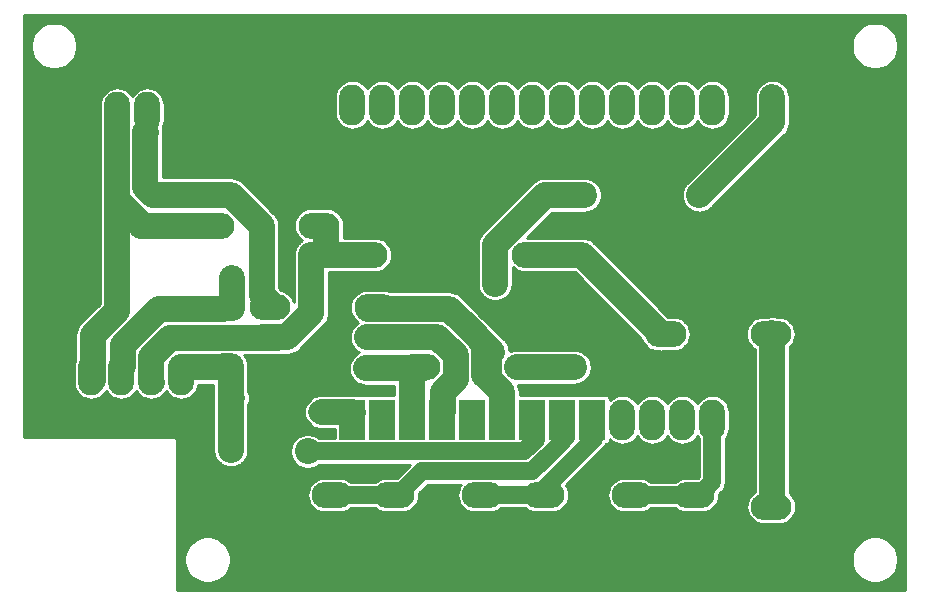
<source format=gbr>
%TF.GenerationSoftware,KiCad,Pcbnew,(5.1.6)-1*%
%TF.CreationDate,2024-12-26T07:47:20-05:00*%
%TF.ProjectId,board,626f6172-642e-46b6-9963-61645f706362,rev?*%
%TF.SameCoordinates,PX348c260PY7258760*%
%TF.FileFunction,Copper,L2,Bot*%
%TF.FilePolarity,Positive*%
%FSLAX46Y46*%
G04 Gerber Fmt 4.6, Leading zero omitted, Abs format (unit mm)*
G04 Created by KiCad (PCBNEW (5.1.6)-1) date 2024-12-26 07:47:20*
%MOMM*%
%LPD*%
G01*
G04 APERTURE LIST*
%TA.AperFunction,ComponentPad*%
%ADD10O,3.470000X2.200000*%
%TD*%
%TA.AperFunction,ComponentPad*%
%ADD11O,2.200000X3.470000*%
%TD*%
%TA.AperFunction,ComponentPad*%
%ADD12R,2.200000X3.470000*%
%TD*%
%TA.AperFunction,ComponentPad*%
%ADD13O,3.200000X1.900000*%
%TD*%
%TA.AperFunction,ComponentPad*%
%ADD14C,2.200000*%
%TD*%
%TA.AperFunction,ViaPad*%
%ADD15C,2.200000*%
%TD*%
%TA.AperFunction,Conductor*%
%ADD16C,2.200000*%
%TD*%
%TA.AperFunction,Conductor*%
%ADD17C,1.500000*%
%TD*%
%TA.AperFunction,Conductor*%
%ADD18C,0.250000*%
%TD*%
G04 APERTURE END LIST*
D10*
%TO.P,C1,2*%
%TO.N,GND*%
X68712000Y7489000D03*
%TO.P,C1,1*%
%TO.N,+5V*%
X63742000Y7489000D03*
%TD*%
%TO.P,D1,2*%
%TO.N,Net-(D1-Pad2)*%
X54780000Y22110000D03*
%TO.P,D1,1*%
%TO.N,+5V*%
X63670000Y22110000D03*
%TD*%
%TO.P,R1,2*%
%TO.N,+12V*%
X21265000Y21840000D03*
%TO.P,R1,1*%
%TO.N,S_12V*%
X30155000Y21840000D03*
%TD*%
%TO.P,R2,2*%
%TO.N,+5V*%
X42855000Y19300000D03*
%TO.P,R2,1*%
%TO.N,S_5V*%
X33965000Y19300000D03*
%TD*%
%TO.P,R3,2*%
%TO.N,S_12V*%
X33965000Y21840000D03*
%TO.P,R3,1*%
%TO.N,GND*%
X42855000Y21840000D03*
%TD*%
%TO.P,R4,1*%
%TO.N,GND*%
X21165000Y19200000D03*
%TO.P,R4,2*%
%TO.N,S_5V*%
X30055000Y19200000D03*
%TD*%
D11*
%TO.P,U1,30*%
%TO.N,+3V3*%
X63810000Y41525000D03*
%TO.P,U1,29*%
%TO.N,GND*%
X61270000Y41525000D03*
%TO.P,U1,28*%
%TO.N,Net-(U1-Pad28)*%
X58730000Y41525000D03*
%TO.P,U1,27*%
%TO.N,ONBOARD_LED*%
X56190000Y41525000D03*
%TO.P,U1,26*%
%TO.N,Net-(U1-Pad26)*%
X53650000Y41525000D03*
%TO.P,U1,25*%
%TO.N,Net-(U1-Pad25)*%
X51110000Y41525000D03*
%TO.P,U1,24*%
%TO.N,Net-(U1-Pad24)*%
X48570000Y41525000D03*
%TO.P,U1,23*%
%TO.N,Net-(U1-Pad23)*%
X46030000Y41525000D03*
%TO.P,U1,22*%
%TO.N,Net-(U1-Pad22)*%
X43490000Y41525000D03*
%TO.P,U1,21*%
%TO.N,Net-(U1-Pad21)*%
X40950000Y41525000D03*
%TO.P,U1,20*%
%TO.N,SDA*%
X38410000Y41525000D03*
%TO.P,U1,19*%
%TO.N,Net-(U1-Pad19)*%
X35870000Y41525000D03*
%TO.P,U1,18*%
%TO.N,Net-(U1-Pad18)*%
X33330000Y41525000D03*
%TO.P,U1,17*%
%TO.N,SCL*%
X30790000Y41525000D03*
%TO.P,U1,16*%
%TO.N,Net-(U1-Pad16)*%
X28250000Y41525000D03*
D12*
%TO.P,U1,15*%
%TO.N,EN*%
X28250000Y14855000D03*
%TO.P,U1,14*%
%TO.N,Net-(U1-Pad14)*%
X30790000Y14855000D03*
%TO.P,U1,13*%
%TO.N,S_5V*%
X33330000Y14855000D03*
%TO.P,U1,12*%
%TO.N,S_12V*%
X35870000Y14855000D03*
%TO.P,U1,11*%
%TO.N,Net-(U1-Pad11)*%
X38410000Y14855000D03*
%TO.P,U1,10*%
%TO.N,RELAY*%
X40950000Y14855000D03*
%TO.P,U1,9*%
%TO.N,ONE_WIRE*%
X43490000Y14855000D03*
%TO.P,U1,8*%
%TO.N,BUTTON1*%
X46030000Y14855000D03*
%TO.P,U1,7*%
%TO.N,BUTTON2*%
X48570000Y14855000D03*
D11*
%TO.P,U1,6*%
%TO.N,Net-(U1-Pad6)*%
X51110000Y14855000D03*
%TO.P,U1,5*%
%TO.N,Net-(U1-Pad5)*%
X53650000Y14855000D03*
%TO.P,U1,4*%
%TO.N,Net-(U1-Pad4)*%
X56190000Y14855000D03*
%TO.P,U1,3*%
%TO.N,BUTTON3*%
X58730000Y14855000D03*
%TO.P,U1,2*%
%TO.N,GND*%
X61270000Y14855000D03*
%TO.P,U1,1*%
%TO.N,+5V*%
X63810000Y14855000D03*
%TD*%
D13*
%TO.P,C2,2*%
%TO.N,GND*%
X22750000Y15500000D03*
%TO.P,C2,1*%
%TO.N,EN*%
X26150000Y15500000D03*
%TD*%
D10*
%TO.P,D2,2*%
%TO.N,FAN-*%
X16522000Y31289000D03*
%TO.P,D2,1*%
%TO.N,+12V*%
X25412000Y31289000D03*
%TD*%
%TO.P,M1,4*%
%TO.N,+12V*%
X29535000Y28800000D03*
%TO.P,M1,3*%
%TO.N,Net-(D1-Pad2)*%
X43505000Y28800000D03*
%TO.P,M1,2*%
%TO.N,GND*%
X43505000Y38300000D03*
%TO.P,M1,1*%
X29535000Y38300000D03*
%TD*%
%TO.P,R5,2*%
%TO.N,Net-(Q1-Pad1)*%
X21265000Y24380000D03*
%TO.P,R5,1*%
%TO.N,RELAY*%
X30155000Y24380000D03*
%TD*%
D11*
%TO.P,R6,2*%
%TO.N,GND*%
X17177000Y42144000D03*
D14*
%TO.P,R6,1*%
%TO.N,Net-(Q1-Pad1)*%
X17177000Y33889000D03*
%TD*%
D11*
%TO.P,J2,5*%
%TO.N,ONE_WIRE*%
X13760000Y18665000D03*
%TO.P,J2,4*%
%TO.N,+12V*%
X11220000Y18665000D03*
%TO.P,J2,3*%
%TO.N,+3V3*%
X8680000Y18665000D03*
%TO.P,J2,2*%
%TO.N,FAN-*%
X6140000Y18665000D03*
%TO.P,J2,1*%
%TO.N,GND*%
X3600000Y18665000D03*
%TD*%
%TO.P,Q1,3*%
%TO.N,GND*%
X5820000Y40865000D03*
%TO.P,Q1,2*%
%TO.N,FAN-*%
X8360000Y40865000D03*
%TO.P,Q1,1*%
%TO.N,Net-(Q1-Pad1)*%
X10900000Y40865000D03*
%TD*%
D14*
%TO.P,R7,2*%
%TO.N,+3V3*%
X18077000Y24309000D03*
%TO.P,R7,1*%
%TO.N,ONE_WIRE*%
X18077000Y16689000D03*
%TD*%
D10*
%TO.P,SW1,2*%
%TO.N,BUTTON1*%
X31787000Y8468500D03*
%TO.P,SW1,1*%
%TO.N,GND*%
X31787000Y3968500D03*
%TO.P,SW1,2*%
%TO.N,BUTTON1*%
X26557000Y8468500D03*
%TO.P,SW1,1*%
%TO.N,GND*%
X26557000Y3968500D03*
%TD*%
%TO.P,SW2,1*%
%TO.N,GND*%
X39257000Y3968500D03*
%TO.P,SW2,2*%
%TO.N,BUTTON2*%
X39257000Y8468500D03*
%TO.P,SW2,1*%
%TO.N,GND*%
X44487000Y3968500D03*
%TO.P,SW2,2*%
%TO.N,BUTTON2*%
X44487000Y8468500D03*
%TD*%
%TO.P,SW3,2*%
%TO.N,BUTTON3*%
X57187000Y8468500D03*
%TO.P,SW3,1*%
%TO.N,GND*%
X57187000Y3968500D03*
%TO.P,SW3,2*%
%TO.N,BUTTON3*%
X51957000Y8468500D03*
%TO.P,SW3,1*%
%TO.N,GND*%
X51957000Y3968500D03*
%TD*%
D15*
%TO.N,+12V*%
X24788000Y28800000D03*
%TO.N,ONE_WIRE*%
X24469990Y12169990D03*
X17977000Y12289000D03*
%TO.N,+3V3*%
X40349500Y26364000D03*
X47906000Y33857000D03*
X57631126Y33857000D03*
X18077000Y26789000D03*
%TO.N,+5V*%
X47032500Y19300000D03*
X63810000Y19344500D03*
%TD*%
D16*
%TO.N,Net-(D1-Pad2)*%
X44140000Y28800000D02*
X47700000Y28800000D01*
X54400000Y22100000D02*
X47700000Y28800000D01*
%TO.N,+12V*%
X11199991Y18127509D02*
X11266500Y18061000D01*
X26066000Y28800000D02*
X26066000Y31278000D01*
X26066000Y28800000D02*
X24788000Y28800000D01*
X28900000Y28800000D02*
X26066000Y28800000D01*
X24788000Y28800000D02*
X24788000Y28800000D01*
X22754126Y21840000D02*
X24788000Y23873874D01*
X24788000Y23873874D02*
X24788000Y28800000D01*
X21900000Y21840000D02*
X22754126Y21840000D01*
X11220000Y20154126D02*
X12854874Y21789000D01*
X11220000Y19300000D02*
X11220000Y20154126D01*
X12854874Y21789000D02*
X21877000Y21789000D01*
%TO.N,S_12V*%
X29520000Y21840000D02*
X34460000Y21840000D01*
X37000010Y20294116D02*
X37000010Y18305884D01*
X34600000Y21840000D02*
X35454126Y21840000D01*
X35454126Y21840000D02*
X37000010Y20294116D01*
X37000010Y18305884D02*
X35900000Y17205874D01*
X35900000Y17205874D02*
X35900000Y15600000D01*
D17*
%TO.N,RELAY*%
X40900000Y15700000D02*
X40900000Y15899151D01*
X31520000Y24380000D02*
X32009990Y23890010D01*
X29520000Y24380000D02*
X31520000Y24380000D01*
D16*
X40950000Y14220000D02*
X40950000Y17175874D01*
X39819990Y18305884D02*
X39819990Y20294116D01*
X35454116Y24240010D02*
X29600000Y24240010D01*
X40950000Y17175874D02*
X39819990Y18305884D01*
X36448242Y24240010D02*
X35454116Y24240010D01*
X39819990Y20294116D02*
X40095874Y20570000D01*
X40095874Y20570000D02*
X40095874Y20592378D01*
X38094126Y22594126D02*
X39400020Y21288232D01*
X38094126Y22594126D02*
X36448242Y24240010D01*
X40095874Y20592378D02*
X38094126Y22594126D01*
X39400020Y21288232D02*
X39400020Y18600000D01*
D17*
%TO.N,BUTTON1*%
X25922000Y8468500D02*
X32002000Y8468500D01*
X46030000Y14220000D02*
X45820000Y14220000D01*
X45206671Y12169999D02*
X43506652Y10469980D01*
X43506652Y10469980D02*
X42503308Y10469980D01*
X42503308Y10469980D02*
X34177000Y10469980D01*
X45466256Y12429584D02*
X45466256Y12478256D01*
X45206671Y12169999D02*
X45466256Y12429584D01*
X45466256Y12478256D02*
X46377000Y13389000D01*
X34177000Y10469980D02*
X34157980Y10469980D01*
X34157980Y10469980D02*
X32077000Y8389000D01*
%TO.N,BUTTON2*%
X38622000Y8468500D02*
X45182000Y8468500D01*
X45122000Y8468500D02*
X45122000Y9681151D01*
X45122000Y9681151D02*
X48677000Y13236151D01*
X45122000Y9681151D02*
X44210819Y8769970D01*
%TO.N,BUTTON3*%
X51322000Y8468500D02*
X57382000Y8468500D01*
X58730000Y14220000D02*
X58730000Y13730000D01*
X58730000Y14220000D02*
X58730000Y9542000D01*
X58730000Y9542000D02*
X57677000Y8489000D01*
%TO.N,ONE_WIRE*%
X43490000Y14220000D02*
X43490000Y13860849D01*
X41799141Y12169990D02*
X24469990Y12169990D01*
X41799141Y12169990D02*
X42802485Y12169990D01*
X42802485Y12169990D02*
X43766248Y13133752D01*
D16*
X13760000Y19300000D02*
X13800000Y19300000D01*
X13760000Y19300000D02*
X13760000Y18406000D01*
X17288000Y19300000D02*
X17377000Y19389000D01*
X13760000Y19300000D02*
X17288000Y19300000D01*
X17377000Y19389000D02*
X17977000Y19389000D01*
X17977000Y19389000D02*
X17977000Y12289000D01*
X17977000Y12289000D02*
X17977000Y12289000D01*
D17*
%TO.N,+3V3*%
X63810000Y42160000D02*
X63810000Y40530849D01*
D16*
X63810000Y40035874D02*
X57631126Y33857000D01*
X63810000Y42160000D02*
X63810000Y40035874D01*
X44532874Y33857000D02*
X40349500Y29673626D01*
X40349500Y29673626D02*
X40349500Y26364000D01*
X40349500Y26364000D02*
X40349500Y26364000D01*
X47906000Y33857000D02*
X44532874Y33857000D01*
X57631126Y33857000D02*
X57631126Y33857000D01*
X8819991Y21148243D02*
X11860758Y24189010D01*
X8680000Y19300000D02*
X8688000Y19300000D01*
X8819990Y19431990D02*
X8819991Y21148243D01*
X8688000Y19300000D02*
X8819990Y19431990D01*
X11860758Y24189010D02*
X17277000Y24189010D01*
X18077000Y24309000D02*
X18077000Y26789000D01*
X18077000Y26789000D02*
X18077000Y26889000D01*
%TO.N,FAN-*%
X6140000Y19300000D02*
X6200000Y19300000D01*
X8765088Y33057500D02*
X8345500Y33057500D01*
X10377000Y31445588D02*
X8765088Y33057500D01*
X10377000Y31289000D02*
X10377000Y31445588D01*
X17157000Y31289000D02*
X10377000Y31289000D01*
X8345500Y33057500D02*
X8345500Y41429000D01*
X8345500Y33057500D02*
X8345500Y24067878D01*
X8345500Y24067878D02*
X6277000Y21999378D01*
X6277000Y21999378D02*
X6277000Y18189000D01*
%TO.N,Net-(Q1-Pad1)*%
X21900000Y24380000D02*
X20768000Y24380000D01*
X10745510Y39221384D02*
X10760010Y39235884D01*
X10745510Y34558010D02*
X10745510Y39221384D01*
D17*
X21900000Y24380000D02*
X20934000Y24380000D01*
D16*
X21900000Y24380000D02*
X21696000Y24380000D01*
X11414520Y33889000D02*
X10745510Y34558010D01*
X17177000Y33889000D02*
X11414520Y33889000D01*
X20577010Y31263116D02*
X17951126Y33889000D01*
X20577010Y25388990D02*
X20577010Y31263116D01*
X21900000Y24380000D02*
X21586000Y24380000D01*
X17951126Y33889000D02*
X17077000Y33889000D01*
X21586000Y24380000D02*
X20577010Y25388990D01*
%TO.N,EN*%
X25700000Y15500000D02*
X28300000Y15500000D01*
%TO.N,+5V*%
X63810000Y14220000D02*
X63810000Y19344500D01*
X42220000Y19300000D02*
X47032500Y19300000D01*
X47032500Y19300000D02*
X47032500Y19300000D01*
X63810000Y19344500D02*
X63810000Y22160500D01*
X63810000Y14220000D02*
X63810000Y7556000D01*
X63810000Y7556000D02*
X63877000Y7489000D01*
%TO.N,S_5V*%
X33330000Y14330000D02*
X33300000Y14360000D01*
X33330000Y14220000D02*
X33330000Y14330000D01*
X33300000Y14360000D02*
X33300000Y19100000D01*
X29420000Y19200000D02*
X34300000Y19200000D01*
%TD*%
D18*
%TO.N,GND*%
G36*
X75075001Y425000D02*
G01*
X13425000Y425000D01*
X13425000Y3194521D01*
X14025000Y3194521D01*
X14025000Y2805479D01*
X14100898Y2423914D01*
X14249778Y2064487D01*
X14465917Y1741011D01*
X14741011Y1465917D01*
X15064487Y1249778D01*
X15423914Y1100898D01*
X15805479Y1025000D01*
X16194521Y1025000D01*
X16576086Y1100898D01*
X16935513Y1249778D01*
X17258989Y1465917D01*
X17534083Y1741011D01*
X17750222Y2064487D01*
X17899102Y2423914D01*
X17975000Y2805479D01*
X17975000Y3194521D01*
X70525000Y3194521D01*
X70525000Y2805479D01*
X70600898Y2423914D01*
X70749778Y2064487D01*
X70965917Y1741011D01*
X71241011Y1465917D01*
X71564487Y1249778D01*
X71923914Y1100898D01*
X72305479Y1025000D01*
X72694521Y1025000D01*
X73076086Y1100898D01*
X73435513Y1249778D01*
X73758989Y1465917D01*
X74034083Y1741011D01*
X74250222Y2064487D01*
X74399102Y2423914D01*
X74475000Y2805479D01*
X74475000Y3194521D01*
X74399102Y3576086D01*
X74250222Y3935513D01*
X74034083Y4258989D01*
X73758989Y4534083D01*
X73435513Y4750222D01*
X73076086Y4899102D01*
X72694521Y4975000D01*
X72305479Y4975000D01*
X71923914Y4899102D01*
X71564487Y4750222D01*
X71241011Y4534083D01*
X70965917Y4258989D01*
X70749778Y3935513D01*
X70600898Y3576086D01*
X70525000Y3194521D01*
X17975000Y3194521D01*
X17899102Y3576086D01*
X17750222Y3935513D01*
X17534083Y4258989D01*
X17258989Y4534083D01*
X16935513Y4750222D01*
X16576086Y4899102D01*
X16194521Y4975000D01*
X15805479Y4975000D01*
X15423914Y4899102D01*
X15064487Y4750222D01*
X14741011Y4534083D01*
X14465917Y4258989D01*
X14249778Y3935513D01*
X14100898Y3576086D01*
X14025000Y3194521D01*
X13425000Y3194521D01*
X13425000Y12979127D01*
X13427056Y13000000D01*
X13418850Y13083314D01*
X13394548Y13163427D01*
X13355084Y13237260D01*
X13301974Y13301974D01*
X13237260Y13355084D01*
X13163427Y13394548D01*
X13083314Y13418850D01*
X13020874Y13425000D01*
X13000000Y13427056D01*
X12979126Y13425000D01*
X425000Y13425000D01*
X425000Y19300000D01*
X4657864Y19300000D01*
X4665000Y19227549D01*
X4665000Y17957548D01*
X4686343Y17740850D01*
X4770685Y17462811D01*
X4907650Y17206569D01*
X5091973Y16981972D01*
X5316570Y16797649D01*
X5572812Y16660685D01*
X5850851Y16576343D01*
X6140000Y16547864D01*
X6429150Y16576343D01*
X6707189Y16660685D01*
X6963431Y16797649D01*
X7188028Y16981972D01*
X7305084Y17124604D01*
X7325028Y17140972D01*
X7420519Y17257327D01*
X7447650Y17206569D01*
X7631973Y16981972D01*
X7856570Y16797649D01*
X8112812Y16660685D01*
X8390851Y16576343D01*
X8680000Y16547864D01*
X8969150Y16576343D01*
X9247189Y16660685D01*
X9503431Y16797649D01*
X9728028Y16981972D01*
X9912351Y17206569D01*
X9950000Y17277006D01*
X9987650Y17206569D01*
X10171973Y16981972D01*
X10396570Y16797649D01*
X10652812Y16660685D01*
X10930851Y16576343D01*
X11220000Y16547864D01*
X11509150Y16576343D01*
X11787189Y16660685D01*
X12043431Y16797649D01*
X12064910Y16815276D01*
X12089930Y16828650D01*
X12314528Y17012972D01*
X12498850Y17237570D01*
X12504965Y17249010D01*
X12527650Y17206569D01*
X12711973Y16981972D01*
X12936570Y16797649D01*
X13192812Y16660685D01*
X13470851Y16576343D01*
X13760000Y16547864D01*
X14049150Y16576343D01*
X14327189Y16660685D01*
X14583431Y16797649D01*
X14808028Y16981972D01*
X14992351Y17206569D01*
X15129315Y17462811D01*
X15213657Y17740850D01*
X15221945Y17825000D01*
X16502000Y17825000D01*
X16502001Y12434280D01*
X16502000Y12434275D01*
X16502000Y12361452D01*
X16494864Y12289000D01*
X16502000Y12216548D01*
X16502000Y12143725D01*
X16516207Y12072300D01*
X16523343Y11999850D01*
X16544475Y11930187D01*
X16558683Y11858758D01*
X16586553Y11791474D01*
X16607685Y11721811D01*
X16642003Y11657606D01*
X16669872Y11590325D01*
X16710330Y11529776D01*
X16744649Y11465569D01*
X16790835Y11409291D01*
X16831293Y11348742D01*
X16882788Y11297247D01*
X16928972Y11240972D01*
X16985247Y11194788D01*
X17036742Y11143293D01*
X17097291Y11102835D01*
X17153569Y11056649D01*
X17217776Y11022330D01*
X17278325Y10981872D01*
X17345606Y10954003D01*
X17409811Y10919685D01*
X17479474Y10898553D01*
X17546758Y10870683D01*
X17618187Y10856475D01*
X17687850Y10835343D01*
X17760299Y10828207D01*
X17831725Y10814000D01*
X17904548Y10814000D01*
X17977000Y10806864D01*
X18049452Y10814000D01*
X18122275Y10814000D01*
X18193701Y10828207D01*
X18266150Y10835343D01*
X18335813Y10856475D01*
X18407242Y10870683D01*
X18474526Y10898553D01*
X18544189Y10919685D01*
X18608394Y10954003D01*
X18675675Y10981872D01*
X18736224Y11022330D01*
X18800431Y11056649D01*
X18856709Y11102835D01*
X18917258Y11143293D01*
X18968753Y11194788D01*
X19025028Y11240972D01*
X19071212Y11297247D01*
X19122707Y11348742D01*
X19163165Y11409291D01*
X19209351Y11465569D01*
X19243670Y11529776D01*
X19284128Y11590325D01*
X19311997Y11657606D01*
X19346315Y11721811D01*
X19367447Y11791474D01*
X19395317Y11858758D01*
X19409525Y11930187D01*
X19430657Y11999850D01*
X19437793Y12072300D01*
X19452000Y12143725D01*
X19452000Y12216548D01*
X19459136Y12289000D01*
X19456550Y12315265D01*
X22994990Y12315265D01*
X22994990Y12024715D01*
X23051673Y11739748D01*
X23162862Y11471315D01*
X23324283Y11229732D01*
X23529732Y11024283D01*
X23771315Y10862862D01*
X24039748Y10751673D01*
X24324715Y10694990D01*
X24615265Y10694990D01*
X24900232Y10751673D01*
X25168665Y10862862D01*
X25410248Y11024283D01*
X25430955Y11044990D01*
X33142000Y11044990D01*
X32040511Y9943500D01*
X31079548Y9943500D01*
X30862850Y9922157D01*
X30584811Y9837815D01*
X30328569Y9700851D01*
X30197762Y9593500D01*
X28146238Y9593500D01*
X28015431Y9700851D01*
X27759189Y9837815D01*
X27481150Y9922157D01*
X27264452Y9943500D01*
X25849548Y9943500D01*
X25632850Y9922157D01*
X25354811Y9837815D01*
X25098569Y9700851D01*
X24873972Y9516528D01*
X24689649Y9291931D01*
X24552685Y9035689D01*
X24468343Y8757650D01*
X24439864Y8468500D01*
X24468343Y8179350D01*
X24552685Y7901311D01*
X24689649Y7645069D01*
X24873972Y7420472D01*
X25098569Y7236149D01*
X25354811Y7099185D01*
X25632850Y7014843D01*
X25849548Y6993500D01*
X27264452Y6993500D01*
X27481150Y7014843D01*
X27759189Y7099185D01*
X28015431Y7236149D01*
X28146238Y7343500D01*
X30197762Y7343500D01*
X30328569Y7236149D01*
X30584811Y7099185D01*
X30862850Y7014843D01*
X31079548Y6993500D01*
X32494452Y6993500D01*
X32711150Y7014843D01*
X32989189Y7099185D01*
X33245431Y7236149D01*
X33470028Y7420472D01*
X33654351Y7645069D01*
X33791315Y7901311D01*
X33875657Y8179350D01*
X33904136Y8468500D01*
X33890091Y8611101D01*
X34623970Y9344980D01*
X37433185Y9344980D01*
X37389649Y9291931D01*
X37252685Y9035689D01*
X37168343Y8757650D01*
X37139864Y8468500D01*
X37168343Y8179350D01*
X37252685Y7901311D01*
X37389649Y7645069D01*
X37573972Y7420472D01*
X37798569Y7236149D01*
X38054811Y7099185D01*
X38332850Y7014843D01*
X38549548Y6993500D01*
X39964452Y6993500D01*
X40181150Y7014843D01*
X40459189Y7099185D01*
X40715431Y7236149D01*
X40846238Y7343500D01*
X42897762Y7343500D01*
X43028569Y7236149D01*
X43284811Y7099185D01*
X43562850Y7014843D01*
X43779548Y6993500D01*
X45194452Y6993500D01*
X45411150Y7014843D01*
X45689189Y7099185D01*
X45945431Y7236149D01*
X46170028Y7420472D01*
X46354351Y7645069D01*
X46491315Y7901311D01*
X46575657Y8179350D01*
X46604136Y8468500D01*
X46575657Y8757650D01*
X46491315Y9035689D01*
X46354351Y9291931D01*
X46340566Y9308728D01*
X49511572Y12479733D01*
X49616928Y12608109D01*
X49690191Y12745175D01*
X49743513Y12750426D01*
X49814200Y12771869D01*
X49879347Y12806691D01*
X49936448Y12853552D01*
X49983309Y12910653D01*
X50018131Y12975800D01*
X50039574Y13046487D01*
X50046814Y13120000D01*
X50046814Y13190443D01*
X50061972Y13171973D01*
X50286569Y12987649D01*
X50542811Y12850685D01*
X50820850Y12766343D01*
X51110000Y12737864D01*
X51399149Y12766343D01*
X51677188Y12850685D01*
X51933430Y12987649D01*
X52158027Y13171972D01*
X52342351Y13396569D01*
X52380000Y13467006D01*
X52417649Y13396570D01*
X52601972Y13171973D01*
X52826569Y12987649D01*
X53082811Y12850685D01*
X53360850Y12766343D01*
X53650000Y12737864D01*
X53939149Y12766343D01*
X54217188Y12850685D01*
X54473430Y12987649D01*
X54698027Y13171972D01*
X54882351Y13396569D01*
X54920000Y13467006D01*
X54957649Y13396570D01*
X55141972Y13171973D01*
X55366569Y12987649D01*
X55622811Y12850685D01*
X55900850Y12766343D01*
X56190000Y12737864D01*
X56479149Y12766343D01*
X56757188Y12850685D01*
X57013430Y12987649D01*
X57238027Y13171972D01*
X57422351Y13396569D01*
X57460000Y13467006D01*
X57497649Y13396570D01*
X57605000Y13265763D01*
X57605001Y10007991D01*
X57540510Y9943500D01*
X56479548Y9943500D01*
X56262850Y9922157D01*
X55984811Y9837815D01*
X55728569Y9700851D01*
X55597762Y9593500D01*
X53546238Y9593500D01*
X53415431Y9700851D01*
X53159189Y9837815D01*
X52881150Y9922157D01*
X52664452Y9943500D01*
X51249548Y9943500D01*
X51032850Y9922157D01*
X50754811Y9837815D01*
X50498569Y9700851D01*
X50273972Y9516528D01*
X50089649Y9291931D01*
X49952685Y9035689D01*
X49868343Y8757650D01*
X49839864Y8468500D01*
X49868343Y8179350D01*
X49952685Y7901311D01*
X50089649Y7645069D01*
X50273972Y7420472D01*
X50498569Y7236149D01*
X50754811Y7099185D01*
X51032850Y7014843D01*
X51249548Y6993500D01*
X52664452Y6993500D01*
X52881150Y7014843D01*
X53159189Y7099185D01*
X53415431Y7236149D01*
X53546238Y7343500D01*
X55597762Y7343500D01*
X55728569Y7236149D01*
X55984811Y7099185D01*
X56262850Y7014843D01*
X56479548Y6993500D01*
X57894452Y6993500D01*
X58111150Y7014843D01*
X58389189Y7099185D01*
X58645431Y7236149D01*
X58870028Y7420472D01*
X59054351Y7645069D01*
X59191315Y7901311D01*
X59275657Y8179350D01*
X59304136Y8468500D01*
X59299057Y8520067D01*
X59486416Y8707426D01*
X59529344Y8742656D01*
X59669929Y8913960D01*
X59774393Y9109398D01*
X59838722Y9321462D01*
X59855000Y9486736D01*
X59855000Y9486738D01*
X59860443Y9542000D01*
X59855000Y9597261D01*
X59855000Y13265763D01*
X59962351Y13396569D01*
X60099315Y13652811D01*
X60183657Y13930850D01*
X60205000Y14147548D01*
X60205000Y15562452D01*
X60183657Y15779150D01*
X60099315Y16057189D01*
X59962351Y16313431D01*
X59778028Y16538028D01*
X59553431Y16722351D01*
X59297189Y16859315D01*
X59019150Y16943657D01*
X58730000Y16972136D01*
X58440851Y16943657D01*
X58162812Y16859315D01*
X57906570Y16722351D01*
X57681973Y16538028D01*
X57497650Y16313431D01*
X57460000Y16242994D01*
X57422351Y16313431D01*
X57238028Y16538028D01*
X57013431Y16722351D01*
X56757189Y16859315D01*
X56479150Y16943657D01*
X56190000Y16972136D01*
X55900851Y16943657D01*
X55622812Y16859315D01*
X55366570Y16722351D01*
X55141973Y16538028D01*
X54957650Y16313431D01*
X54920000Y16242994D01*
X54882351Y16313431D01*
X54698028Y16538028D01*
X54473431Y16722351D01*
X54217189Y16859315D01*
X53939150Y16943657D01*
X53650000Y16972136D01*
X53360851Y16943657D01*
X53082812Y16859315D01*
X52826570Y16722351D01*
X52601973Y16538028D01*
X52417650Y16313431D01*
X52380000Y16242994D01*
X52342351Y16313431D01*
X52158028Y16538028D01*
X51933431Y16722351D01*
X51677189Y16859315D01*
X51399150Y16943657D01*
X51110000Y16972136D01*
X50820851Y16943657D01*
X50542812Y16859315D01*
X50286570Y16722351D01*
X50061973Y16538028D01*
X50046814Y16519557D01*
X50046814Y16590000D01*
X50039574Y16663513D01*
X50018131Y16734200D01*
X49983309Y16799347D01*
X49936448Y16856448D01*
X49879347Y16903309D01*
X49814200Y16938131D01*
X49743513Y16959574D01*
X49670000Y16966814D01*
X47470000Y16966814D01*
X47396487Y16959574D01*
X47325800Y16938131D01*
X47300000Y16924341D01*
X47274200Y16938131D01*
X47203513Y16959574D01*
X47130000Y16966814D01*
X44930000Y16966814D01*
X44856487Y16959574D01*
X44785800Y16938131D01*
X44760000Y16924341D01*
X44734200Y16938131D01*
X44663513Y16959574D01*
X44590000Y16966814D01*
X42425000Y16966814D01*
X42425000Y17103430D01*
X42432135Y17175875D01*
X42425000Y17248320D01*
X42425000Y17248326D01*
X42403657Y17465024D01*
X42319315Y17743063D01*
X42275519Y17825000D01*
X47177775Y17825000D01*
X47249201Y17839207D01*
X47321650Y17846343D01*
X47391313Y17867475D01*
X47462742Y17881683D01*
X47530026Y17909553D01*
X47599689Y17930685D01*
X47663894Y17965003D01*
X47731175Y17992872D01*
X47791724Y18033330D01*
X47855931Y18067649D01*
X47912209Y18113835D01*
X47972758Y18154293D01*
X48024253Y18205788D01*
X48080528Y18251972D01*
X48126712Y18308247D01*
X48178207Y18359742D01*
X48218665Y18420291D01*
X48264851Y18476569D01*
X48299170Y18540776D01*
X48339628Y18601325D01*
X48367497Y18668606D01*
X48401815Y18732811D01*
X48422947Y18802474D01*
X48450817Y18869758D01*
X48465025Y18941187D01*
X48486157Y19010850D01*
X48493293Y19083300D01*
X48507500Y19154725D01*
X48507500Y19227549D01*
X48514636Y19300000D01*
X48507500Y19372452D01*
X48507500Y19445275D01*
X48493293Y19516700D01*
X48486157Y19589150D01*
X48465025Y19658813D01*
X48450817Y19730242D01*
X48422947Y19797526D01*
X48401815Y19867189D01*
X48367497Y19931394D01*
X48339628Y19998675D01*
X48299170Y20059224D01*
X48264851Y20123431D01*
X48218665Y20179709D01*
X48178207Y20240258D01*
X48126712Y20291753D01*
X48080528Y20348028D01*
X48024253Y20394212D01*
X47972758Y20445707D01*
X47912209Y20486165D01*
X47855931Y20532351D01*
X47791724Y20566670D01*
X47731175Y20607128D01*
X47663894Y20634997D01*
X47599689Y20669315D01*
X47530026Y20690447D01*
X47462742Y20718317D01*
X47391313Y20732525D01*
X47321650Y20753657D01*
X47249201Y20760793D01*
X47177775Y20775000D01*
X42147548Y20775000D01*
X41930850Y20753657D01*
X41652811Y20669315D01*
X41574552Y20627484D01*
X41570874Y20664824D01*
X41570874Y20664829D01*
X41550555Y20871135D01*
X41549531Y20881529D01*
X41494794Y21061972D01*
X41465189Y21159566D01*
X41328225Y21415808D01*
X41259254Y21499849D01*
X41190087Y21584130D01*
X41190085Y21584132D01*
X41143902Y21640406D01*
X41087627Y21686590D01*
X40494229Y22279988D01*
X40448047Y22336260D01*
X40391776Y22382441D01*
X40132694Y22641523D01*
X39188343Y23585873D01*
X39188339Y23585878D01*
X37542458Y25231758D01*
X37496270Y25288038D01*
X37271673Y25472361D01*
X37015431Y25609325D01*
X36737392Y25693667D01*
X36520694Y25715010D01*
X36520687Y25715010D01*
X36448242Y25722145D01*
X36375797Y25715010D01*
X31421369Y25715010D01*
X31357189Y25749315D01*
X31079150Y25833657D01*
X30862452Y25855000D01*
X29447548Y25855000D01*
X29230850Y25833657D01*
X28952811Y25749315D01*
X28696569Y25612351D01*
X28471972Y25428028D01*
X28287649Y25203431D01*
X28150685Y24947189D01*
X28066343Y24669150D01*
X28037864Y24380000D01*
X28066343Y24090850D01*
X28150685Y23812811D01*
X28287649Y23556569D01*
X28302487Y23538489D01*
X28367649Y23416579D01*
X28551972Y23191982D01*
X28697279Y23072731D01*
X28696569Y23072351D01*
X28471972Y22888028D01*
X28287649Y22663431D01*
X28150685Y22407189D01*
X28066343Y22129150D01*
X28037864Y21840000D01*
X28066343Y21550850D01*
X28150685Y21272811D01*
X28287649Y21016569D01*
X28471972Y20791972D01*
X28696569Y20607649D01*
X28810549Y20546726D01*
X28596569Y20432351D01*
X28371972Y20248028D01*
X28187649Y20023431D01*
X28050685Y19767189D01*
X27966343Y19489150D01*
X27937864Y19200000D01*
X27966343Y18910850D01*
X28050685Y18632811D01*
X28187649Y18376569D01*
X28371972Y18151972D01*
X28596569Y17967649D01*
X28852811Y17830685D01*
X29130850Y17746343D01*
X29347548Y17725000D01*
X31825001Y17725000D01*
X31825001Y16966814D01*
X29690000Y16966814D01*
X29616487Y16959574D01*
X29545800Y16938131D01*
X29520000Y16924341D01*
X29494200Y16938131D01*
X29423513Y16959574D01*
X29350000Y16966814D01*
X28455565Y16966814D01*
X28372452Y16975000D01*
X25627548Y16975000D01*
X25410850Y16953657D01*
X25132811Y16869315D01*
X24876569Y16732351D01*
X24651972Y16548028D01*
X24576790Y16456419D01*
X24558550Y16441450D01*
X24392972Y16239692D01*
X24269937Y16009509D01*
X24194172Y15759745D01*
X24168589Y15500000D01*
X24194172Y15240255D01*
X24269937Y14990491D01*
X24392972Y14760308D01*
X24558550Y14558550D01*
X24576790Y14543581D01*
X24651972Y14451972D01*
X24876569Y14267649D01*
X25132811Y14130685D01*
X25410850Y14046343D01*
X25627548Y14025000D01*
X26773186Y14025000D01*
X26773186Y13294990D01*
X25430955Y13294990D01*
X25410248Y13315697D01*
X25168665Y13477118D01*
X24900232Y13588307D01*
X24615265Y13644990D01*
X24324715Y13644990D01*
X24039748Y13588307D01*
X23771315Y13477118D01*
X23529732Y13315697D01*
X23324283Y13110248D01*
X23162862Y12868665D01*
X23051673Y12600232D01*
X22994990Y12315265D01*
X19456550Y12315265D01*
X19452000Y12361452D01*
X19452000Y16154182D01*
X19495317Y16258758D01*
X19552000Y16543725D01*
X19552000Y16834275D01*
X19495317Y17119242D01*
X19452000Y17223818D01*
X19452000Y19316548D01*
X19459136Y19389000D01*
X19430657Y19678150D01*
X19346315Y19956189D01*
X19209351Y20212431D01*
X19125995Y20314000D01*
X21949452Y20314000D01*
X22166150Y20335343D01*
X22263916Y20365000D01*
X22681681Y20365000D01*
X22754126Y20357865D01*
X22826571Y20365000D01*
X22826578Y20365000D01*
X23043276Y20386343D01*
X23321315Y20470685D01*
X23577557Y20607649D01*
X23802154Y20791972D01*
X23848342Y20848252D01*
X25779758Y22779667D01*
X25836027Y22825846D01*
X25882208Y22882117D01*
X25882213Y22882122D01*
X25965765Y22983931D01*
X26020351Y23050443D01*
X26157315Y23306685D01*
X26233117Y23556570D01*
X26241657Y23584723D01*
X26251862Y23688339D01*
X26263000Y23801422D01*
X26263000Y23801428D01*
X26270135Y23873873D01*
X26263000Y23946318D01*
X26263000Y26364000D01*
X38867364Y26364000D01*
X38874500Y26291548D01*
X38874500Y26218725D01*
X38888707Y26147300D01*
X38895843Y26074850D01*
X38916975Y26005187D01*
X38931183Y25933758D01*
X38959053Y25866474D01*
X38980185Y25796811D01*
X39014503Y25732606D01*
X39042372Y25665325D01*
X39082830Y25604776D01*
X39117149Y25540569D01*
X39163335Y25484291D01*
X39203793Y25423742D01*
X39255288Y25372247D01*
X39301472Y25315972D01*
X39357747Y25269788D01*
X39409242Y25218293D01*
X39469791Y25177835D01*
X39526069Y25131649D01*
X39590276Y25097330D01*
X39650825Y25056872D01*
X39718106Y25029003D01*
X39782311Y24994685D01*
X39851974Y24973553D01*
X39919258Y24945683D01*
X39990687Y24931475D01*
X40060350Y24910343D01*
X40132799Y24903207D01*
X40204225Y24889000D01*
X40277048Y24889000D01*
X40349500Y24881864D01*
X40421952Y24889000D01*
X40494775Y24889000D01*
X40566200Y24903207D01*
X40638650Y24910343D01*
X40708313Y24931475D01*
X40779742Y24945683D01*
X40847026Y24973553D01*
X40916689Y24994685D01*
X40980894Y25029003D01*
X41048175Y25056872D01*
X41108724Y25097330D01*
X41172931Y25131649D01*
X41229209Y25177835D01*
X41289758Y25218293D01*
X41341253Y25269788D01*
X41397528Y25315972D01*
X41443712Y25372247D01*
X41495207Y25423742D01*
X41535665Y25484291D01*
X41581851Y25540569D01*
X41616170Y25604776D01*
X41656628Y25665325D01*
X41684497Y25732606D01*
X41718815Y25796811D01*
X41739947Y25866474D01*
X41767817Y25933758D01*
X41782025Y26005187D01*
X41803157Y26074850D01*
X41810293Y26147299D01*
X41824500Y26218725D01*
X41824500Y26291548D01*
X41831636Y26364000D01*
X41824500Y26436452D01*
X41824500Y27749897D01*
X42046569Y27567649D01*
X42302811Y27430685D01*
X42580850Y27346343D01*
X42797548Y27325000D01*
X47089036Y27325000D01*
X52734084Y21679951D01*
X52775685Y21542811D01*
X52912649Y21286569D01*
X53096972Y21061972D01*
X53321569Y20877649D01*
X53577811Y20740685D01*
X53855850Y20656343D01*
X54072548Y20635000D01*
X54226020Y20635000D01*
X54400000Y20617865D01*
X54573979Y20635000D01*
X55487452Y20635000D01*
X55704150Y20656343D01*
X55982189Y20740685D01*
X56238431Y20877649D01*
X56463028Y21061972D01*
X56647351Y21286569D01*
X56784315Y21542811D01*
X56868657Y21820850D01*
X56897136Y22110000D01*
X61552864Y22110000D01*
X61581343Y21820850D01*
X61665685Y21542811D01*
X61802649Y21286569D01*
X61986972Y21061972D01*
X62211569Y20877649D01*
X62335001Y20811674D01*
X62335000Y19489775D01*
X62335000Y19199225D01*
X62335001Y19199220D01*
X62335000Y14292452D01*
X62335000Y14292451D01*
X62335001Y8748842D01*
X62283569Y8721351D01*
X62058972Y8537028D01*
X61874649Y8312431D01*
X61737685Y8056189D01*
X61653343Y7778150D01*
X61624864Y7489000D01*
X61653343Y7199850D01*
X61737685Y6921811D01*
X61874649Y6665569D01*
X62058972Y6440972D01*
X62283569Y6256649D01*
X62539811Y6119685D01*
X62817850Y6035343D01*
X63034548Y6014000D01*
X63804554Y6014000D01*
X63876999Y6006865D01*
X63949444Y6014000D01*
X64449452Y6014000D01*
X64666150Y6035343D01*
X64944189Y6119685D01*
X65200431Y6256649D01*
X65425028Y6440972D01*
X65609351Y6665569D01*
X65746315Y6921811D01*
X65830657Y7199850D01*
X65859136Y7489000D01*
X65830657Y7778150D01*
X65746315Y8056189D01*
X65609351Y8312431D01*
X65425028Y8537028D01*
X65285000Y8651947D01*
X65285000Y21006143D01*
X65353028Y21061972D01*
X65537351Y21286569D01*
X65674315Y21542811D01*
X65758657Y21820850D01*
X65787136Y22110000D01*
X65758657Y22399150D01*
X65674315Y22677189D01*
X65537351Y22933431D01*
X65353028Y23158028D01*
X65128431Y23342351D01*
X64872189Y23479315D01*
X64594150Y23563657D01*
X64377452Y23585000D01*
X64195268Y23585000D01*
X64099150Y23614157D01*
X63810000Y23642636D01*
X63520851Y23614157D01*
X63424733Y23585000D01*
X62962548Y23585000D01*
X62745850Y23563657D01*
X62467811Y23479315D01*
X62211569Y23342351D01*
X61986972Y23158028D01*
X61802649Y22933431D01*
X61665685Y22677189D01*
X61581343Y22399150D01*
X61552864Y22110000D01*
X56897136Y22110000D01*
X56868657Y22399150D01*
X56784315Y22677189D01*
X56647351Y22933431D01*
X56463028Y23158028D01*
X56238431Y23342351D01*
X55982189Y23479315D01*
X55704150Y23563657D01*
X55487452Y23585000D01*
X55000965Y23585000D01*
X48794216Y29791748D01*
X48748028Y29848028D01*
X48523431Y30032351D01*
X48267189Y30169315D01*
X47989150Y30253657D01*
X47772452Y30275000D01*
X47772445Y30275000D01*
X47700000Y30282135D01*
X47627555Y30275000D01*
X43036838Y30275000D01*
X45143839Y32382000D01*
X48051275Y32382000D01*
X48122701Y32396207D01*
X48195150Y32403343D01*
X48264813Y32424475D01*
X48336242Y32438683D01*
X48403526Y32466553D01*
X48473189Y32487685D01*
X48537394Y32522003D01*
X48604675Y32549872D01*
X48665224Y32590330D01*
X48729431Y32624649D01*
X48785709Y32670835D01*
X48846258Y32711293D01*
X48897753Y32762788D01*
X48954028Y32808972D01*
X49000213Y32865248D01*
X49051707Y32916742D01*
X49092165Y32977291D01*
X49138351Y33033569D01*
X49172670Y33097776D01*
X49213128Y33158325D01*
X49240997Y33225606D01*
X49275315Y33289811D01*
X49296447Y33359474D01*
X49324317Y33426758D01*
X49338525Y33498187D01*
X49359657Y33567850D01*
X49366793Y33640300D01*
X49381000Y33711725D01*
X49381000Y33784548D01*
X49388136Y33857000D01*
X56148990Y33857000D01*
X56156126Y33784548D01*
X56156126Y33711725D01*
X56170333Y33640300D01*
X56177469Y33567850D01*
X56198601Y33498187D01*
X56212809Y33426758D01*
X56240679Y33359474D01*
X56261811Y33289811D01*
X56296129Y33225606D01*
X56323998Y33158325D01*
X56364456Y33097776D01*
X56398775Y33033569D01*
X56444961Y32977291D01*
X56485419Y32916742D01*
X56536913Y32865248D01*
X56583098Y32808972D01*
X56639373Y32762788D01*
X56690868Y32711293D01*
X56751417Y32670835D01*
X56807695Y32624649D01*
X56871902Y32590330D01*
X56932451Y32549872D01*
X56999732Y32522003D01*
X57063937Y32487685D01*
X57133600Y32466553D01*
X57200884Y32438683D01*
X57272313Y32424475D01*
X57341976Y32403343D01*
X57414425Y32396207D01*
X57485851Y32382000D01*
X57558681Y32382000D01*
X57631126Y32374865D01*
X57703571Y32382000D01*
X57776401Y32382000D01*
X57847827Y32396207D01*
X57920276Y32403343D01*
X57989939Y32424475D01*
X58061368Y32438683D01*
X58128652Y32466553D01*
X58198315Y32487685D01*
X58262520Y32522003D01*
X58329801Y32549872D01*
X58390350Y32590330D01*
X58454557Y32624649D01*
X58510835Y32670835D01*
X58571384Y32711293D01*
X58622879Y32762788D01*
X58679154Y32808972D01*
X58725339Y32865248D01*
X58776833Y32916742D01*
X58776835Y32916745D01*
X64801753Y38941662D01*
X64858028Y38987846D01*
X65042351Y39212443D01*
X65179315Y39468685D01*
X65238203Y39662812D01*
X65263657Y39746723D01*
X65279030Y39902809D01*
X65285000Y39963422D01*
X65285000Y39963428D01*
X65292135Y40035873D01*
X65285000Y40108318D01*
X65285000Y42232452D01*
X65263657Y42449150D01*
X65179315Y42727189D01*
X65042351Y42983431D01*
X64946743Y43099929D01*
X64858028Y43208028D01*
X64633431Y43392351D01*
X64377189Y43529315D01*
X64099150Y43613657D01*
X63810000Y43642136D01*
X63520850Y43613657D01*
X63242811Y43529315D01*
X62986569Y43392351D01*
X62761972Y43208027D01*
X62577649Y42983430D01*
X62564775Y42959344D01*
X62440685Y42727189D01*
X62356343Y42449150D01*
X62335000Y42232452D01*
X62335000Y40817549D01*
X62335001Y40817543D01*
X62335001Y40646840D01*
X56690871Y35002709D01*
X56690868Y35002707D01*
X56639374Y34951213D01*
X56583098Y34905028D01*
X56536914Y34848753D01*
X56485419Y34797258D01*
X56444961Y34736709D01*
X56398775Y34680431D01*
X56364456Y34616224D01*
X56323998Y34555675D01*
X56296129Y34488394D01*
X56261811Y34424189D01*
X56240679Y34354526D01*
X56212809Y34287242D01*
X56198601Y34215813D01*
X56177469Y34146150D01*
X56170333Y34073700D01*
X56156126Y34002275D01*
X56156126Y33929452D01*
X56148990Y33857000D01*
X49388136Y33857000D01*
X49381000Y33929452D01*
X49381000Y34002275D01*
X49366793Y34073700D01*
X49359657Y34146150D01*
X49338525Y34215813D01*
X49324317Y34287242D01*
X49296447Y34354526D01*
X49275315Y34424189D01*
X49240997Y34488394D01*
X49213128Y34555675D01*
X49172670Y34616224D01*
X49138351Y34680431D01*
X49092165Y34736709D01*
X49051707Y34797258D01*
X49000212Y34848753D01*
X48954028Y34905028D01*
X48897752Y34951213D01*
X48846258Y35002707D01*
X48785709Y35043165D01*
X48729431Y35089351D01*
X48665224Y35123670D01*
X48604675Y35164128D01*
X48537394Y35191997D01*
X48473189Y35226315D01*
X48403526Y35247447D01*
X48336242Y35275317D01*
X48264813Y35289525D01*
X48195150Y35310657D01*
X48122701Y35317793D01*
X48051275Y35332000D01*
X44605318Y35332000D01*
X44532873Y35339135D01*
X44460428Y35332000D01*
X44460422Y35332000D01*
X44274153Y35313654D01*
X44243723Y35310657D01*
X44232713Y35307317D01*
X43965685Y35226315D01*
X43709443Y35089351D01*
X43484846Y34905028D01*
X43438662Y34848753D01*
X39357748Y30767838D01*
X39301472Y30721653D01*
X39117149Y30497056D01*
X39039281Y30351375D01*
X38980185Y30240814D01*
X38896049Y29963453D01*
X38895843Y29962775D01*
X38874500Y29746077D01*
X38874500Y29746071D01*
X38867365Y29673626D01*
X38874500Y29601181D01*
X38874501Y26509280D01*
X38874500Y26509275D01*
X38874500Y26436452D01*
X38867364Y26364000D01*
X26263000Y26364000D01*
X26263000Y27325000D01*
X30242452Y27325000D01*
X30459150Y27346343D01*
X30737189Y27430685D01*
X30993431Y27567649D01*
X31218028Y27751972D01*
X31402351Y27976569D01*
X31539315Y28232811D01*
X31623657Y28510850D01*
X31652136Y28800000D01*
X31623657Y29089150D01*
X31539315Y29367189D01*
X31402351Y29623431D01*
X31218028Y29848028D01*
X30993431Y30032351D01*
X30737189Y30169315D01*
X30459150Y30253657D01*
X30242452Y30275000D01*
X27541000Y30275000D01*
X27541000Y31350452D01*
X27519657Y31567150D01*
X27435315Y31845189D01*
X27298351Y32101431D01*
X27114028Y32326028D01*
X26889431Y32510351D01*
X26873381Y32518930D01*
X26870431Y32521351D01*
X26614189Y32658315D01*
X26336150Y32742657D01*
X26119452Y32764000D01*
X24704548Y32764000D01*
X24487850Y32742657D01*
X24209811Y32658315D01*
X23953569Y32521351D01*
X23728972Y32337028D01*
X23544649Y32112431D01*
X23407685Y31856189D01*
X23323343Y31578150D01*
X23294864Y31289000D01*
X23323343Y30999850D01*
X23407685Y30721811D01*
X23544649Y30465569D01*
X23728972Y30240972D01*
X23953569Y30056649D01*
X23981798Y30041560D01*
X23964569Y30032351D01*
X23908291Y29986165D01*
X23847742Y29945707D01*
X23796248Y29894213D01*
X23739972Y29848028D01*
X23693788Y29791753D01*
X23642293Y29740258D01*
X23601835Y29679709D01*
X23555649Y29623431D01*
X23521330Y29559224D01*
X23480872Y29498675D01*
X23453003Y29431394D01*
X23418685Y29367189D01*
X23397553Y29297526D01*
X23369683Y29230242D01*
X23355475Y29158813D01*
X23334343Y29089150D01*
X23327207Y29016700D01*
X23313000Y28945275D01*
X23313000Y28872452D01*
X23305864Y28800000D01*
X23313000Y28727549D01*
X23313000Y28654725D01*
X23313001Y28654720D01*
X23313000Y24803178D01*
X23269315Y24947189D01*
X23132351Y25203431D01*
X22948028Y25428028D01*
X22723431Y25612351D01*
X22467189Y25749315D01*
X22231004Y25820961D01*
X22052010Y25999954D01*
X22052010Y31190671D01*
X22059145Y31263116D01*
X22052010Y31335561D01*
X22052010Y31335568D01*
X22030667Y31552266D01*
X21946325Y31830305D01*
X21809361Y32086547D01*
X21625038Y32311144D01*
X21568763Y32357328D01*
X19045342Y34880748D01*
X18999154Y34937028D01*
X18774557Y35121351D01*
X18518315Y35258315D01*
X18240276Y35342657D01*
X18023578Y35364000D01*
X18023571Y35364000D01*
X17951126Y35371135D01*
X17878681Y35364000D01*
X12220510Y35364000D01*
X12220510Y39016214D01*
X12242145Y39235883D01*
X12213667Y39525034D01*
X12207152Y39546512D01*
X12269315Y39662811D01*
X12353657Y39940850D01*
X12375000Y40157548D01*
X12375000Y41572452D01*
X12353657Y41789150D01*
X12269315Y42067189D01*
X12180981Y42232452D01*
X26775000Y42232452D01*
X26775000Y40817549D01*
X26796343Y40600851D01*
X26880685Y40322812D01*
X27017649Y40066570D01*
X27201972Y39841973D01*
X27426569Y39657649D01*
X27682811Y39520685D01*
X27960850Y39436343D01*
X28250000Y39407864D01*
X28539149Y39436343D01*
X28817188Y39520685D01*
X29073430Y39657649D01*
X29298027Y39841972D01*
X29482351Y40066569D01*
X29520000Y40137006D01*
X29557649Y40066570D01*
X29741972Y39841973D01*
X29966569Y39657649D01*
X30222811Y39520685D01*
X30500850Y39436343D01*
X30790000Y39407864D01*
X31079149Y39436343D01*
X31357188Y39520685D01*
X31613430Y39657649D01*
X31838027Y39841972D01*
X32022351Y40066569D01*
X32060000Y40137006D01*
X32097649Y40066570D01*
X32281972Y39841973D01*
X32506569Y39657649D01*
X32762811Y39520685D01*
X33040850Y39436343D01*
X33330000Y39407864D01*
X33619149Y39436343D01*
X33897188Y39520685D01*
X34153430Y39657649D01*
X34378027Y39841972D01*
X34562351Y40066569D01*
X34600000Y40137006D01*
X34637649Y40066570D01*
X34821972Y39841973D01*
X35046569Y39657649D01*
X35302811Y39520685D01*
X35580850Y39436343D01*
X35870000Y39407864D01*
X36159149Y39436343D01*
X36437188Y39520685D01*
X36693430Y39657649D01*
X36918027Y39841972D01*
X37102351Y40066569D01*
X37140000Y40137006D01*
X37177649Y40066570D01*
X37361972Y39841973D01*
X37586569Y39657649D01*
X37842811Y39520685D01*
X38120850Y39436343D01*
X38410000Y39407864D01*
X38699149Y39436343D01*
X38977188Y39520685D01*
X39233430Y39657649D01*
X39458027Y39841972D01*
X39642351Y40066569D01*
X39680000Y40137006D01*
X39717649Y40066570D01*
X39901972Y39841973D01*
X40126569Y39657649D01*
X40382811Y39520685D01*
X40660850Y39436343D01*
X40950000Y39407864D01*
X41239149Y39436343D01*
X41517188Y39520685D01*
X41773430Y39657649D01*
X41998027Y39841972D01*
X42182351Y40066569D01*
X42220000Y40137006D01*
X42257649Y40066570D01*
X42441972Y39841973D01*
X42666569Y39657649D01*
X42922811Y39520685D01*
X43200850Y39436343D01*
X43490000Y39407864D01*
X43779149Y39436343D01*
X44057188Y39520685D01*
X44313430Y39657649D01*
X44538027Y39841972D01*
X44722351Y40066569D01*
X44760000Y40137006D01*
X44797649Y40066570D01*
X44981972Y39841973D01*
X45206569Y39657649D01*
X45462811Y39520685D01*
X45740850Y39436343D01*
X46030000Y39407864D01*
X46319149Y39436343D01*
X46597188Y39520685D01*
X46853430Y39657649D01*
X47078027Y39841972D01*
X47262351Y40066569D01*
X47300000Y40137006D01*
X47337649Y40066570D01*
X47521972Y39841973D01*
X47746569Y39657649D01*
X48002811Y39520685D01*
X48280850Y39436343D01*
X48570000Y39407864D01*
X48859149Y39436343D01*
X49137188Y39520685D01*
X49393430Y39657649D01*
X49618027Y39841972D01*
X49802351Y40066569D01*
X49840000Y40137006D01*
X49877649Y40066570D01*
X50061972Y39841973D01*
X50286569Y39657649D01*
X50542811Y39520685D01*
X50820850Y39436343D01*
X51110000Y39407864D01*
X51399149Y39436343D01*
X51677188Y39520685D01*
X51933430Y39657649D01*
X52158027Y39841972D01*
X52342351Y40066569D01*
X52380000Y40137006D01*
X52417649Y40066570D01*
X52601972Y39841973D01*
X52826569Y39657649D01*
X53082811Y39520685D01*
X53360850Y39436343D01*
X53650000Y39407864D01*
X53939149Y39436343D01*
X54217188Y39520685D01*
X54473430Y39657649D01*
X54698027Y39841972D01*
X54882351Y40066569D01*
X54920000Y40137006D01*
X54957649Y40066570D01*
X55141972Y39841973D01*
X55366569Y39657649D01*
X55622811Y39520685D01*
X55900850Y39436343D01*
X56190000Y39407864D01*
X56479149Y39436343D01*
X56757188Y39520685D01*
X57013430Y39657649D01*
X57238027Y39841972D01*
X57422351Y40066569D01*
X57460000Y40137006D01*
X57497649Y40066570D01*
X57681972Y39841973D01*
X57906569Y39657649D01*
X58162811Y39520685D01*
X58440850Y39436343D01*
X58730000Y39407864D01*
X59019149Y39436343D01*
X59297188Y39520685D01*
X59553430Y39657649D01*
X59778027Y39841972D01*
X59962351Y40066569D01*
X60099315Y40322811D01*
X60183657Y40600850D01*
X60205000Y40817548D01*
X60205000Y42232452D01*
X60183657Y42449150D01*
X60099315Y42727189D01*
X59962351Y42983431D01*
X59778028Y43208028D01*
X59553431Y43392351D01*
X59297189Y43529315D01*
X59019150Y43613657D01*
X58730000Y43642136D01*
X58440851Y43613657D01*
X58162812Y43529315D01*
X57906570Y43392351D01*
X57681973Y43208028D01*
X57497650Y42983431D01*
X57460000Y42912994D01*
X57422351Y42983431D01*
X57238028Y43208028D01*
X57013431Y43392351D01*
X56757189Y43529315D01*
X56479150Y43613657D01*
X56190000Y43642136D01*
X55900851Y43613657D01*
X55622812Y43529315D01*
X55366570Y43392351D01*
X55141973Y43208028D01*
X54957650Y42983431D01*
X54920000Y42912994D01*
X54882351Y42983431D01*
X54698028Y43208028D01*
X54473431Y43392351D01*
X54217189Y43529315D01*
X53939150Y43613657D01*
X53650000Y43642136D01*
X53360851Y43613657D01*
X53082812Y43529315D01*
X52826570Y43392351D01*
X52601973Y43208028D01*
X52417650Y42983431D01*
X52380000Y42912994D01*
X52342351Y42983431D01*
X52158028Y43208028D01*
X51933431Y43392351D01*
X51677189Y43529315D01*
X51399150Y43613657D01*
X51110000Y43642136D01*
X50820851Y43613657D01*
X50542812Y43529315D01*
X50286570Y43392351D01*
X50061973Y43208028D01*
X49877650Y42983431D01*
X49840000Y42912994D01*
X49802351Y42983431D01*
X49618028Y43208028D01*
X49393431Y43392351D01*
X49137189Y43529315D01*
X48859150Y43613657D01*
X48570000Y43642136D01*
X48280851Y43613657D01*
X48002812Y43529315D01*
X47746570Y43392351D01*
X47521973Y43208028D01*
X47337650Y42983431D01*
X47300000Y42912994D01*
X47262351Y42983431D01*
X47078028Y43208028D01*
X46853431Y43392351D01*
X46597189Y43529315D01*
X46319150Y43613657D01*
X46030000Y43642136D01*
X45740851Y43613657D01*
X45462812Y43529315D01*
X45206570Y43392351D01*
X44981973Y43208028D01*
X44797650Y42983431D01*
X44760000Y42912994D01*
X44722351Y42983431D01*
X44538028Y43208028D01*
X44313431Y43392351D01*
X44057189Y43529315D01*
X43779150Y43613657D01*
X43490000Y43642136D01*
X43200851Y43613657D01*
X42922812Y43529315D01*
X42666570Y43392351D01*
X42441973Y43208028D01*
X42257650Y42983431D01*
X42220000Y42912994D01*
X42182351Y42983431D01*
X41998028Y43208028D01*
X41773431Y43392351D01*
X41517189Y43529315D01*
X41239150Y43613657D01*
X40950000Y43642136D01*
X40660851Y43613657D01*
X40382812Y43529315D01*
X40126570Y43392351D01*
X39901973Y43208028D01*
X39717650Y42983431D01*
X39680000Y42912994D01*
X39642351Y42983431D01*
X39458028Y43208028D01*
X39233431Y43392351D01*
X38977189Y43529315D01*
X38699150Y43613657D01*
X38410000Y43642136D01*
X38120851Y43613657D01*
X37842812Y43529315D01*
X37586570Y43392351D01*
X37361973Y43208028D01*
X37177650Y42983431D01*
X37140000Y42912994D01*
X37102351Y42983431D01*
X36918028Y43208028D01*
X36693431Y43392351D01*
X36437189Y43529315D01*
X36159150Y43613657D01*
X35870000Y43642136D01*
X35580851Y43613657D01*
X35302812Y43529315D01*
X35046570Y43392351D01*
X34821973Y43208028D01*
X34637650Y42983431D01*
X34600000Y42912994D01*
X34562351Y42983431D01*
X34378028Y43208028D01*
X34153431Y43392351D01*
X33897189Y43529315D01*
X33619150Y43613657D01*
X33330000Y43642136D01*
X33040851Y43613657D01*
X32762812Y43529315D01*
X32506570Y43392351D01*
X32281973Y43208028D01*
X32097650Y42983431D01*
X32060000Y42912994D01*
X32022351Y42983431D01*
X31838028Y43208028D01*
X31613431Y43392351D01*
X31357189Y43529315D01*
X31079150Y43613657D01*
X30790000Y43642136D01*
X30500851Y43613657D01*
X30222812Y43529315D01*
X29966570Y43392351D01*
X29741973Y43208028D01*
X29557650Y42983431D01*
X29520000Y42912994D01*
X29482351Y42983431D01*
X29298028Y43208028D01*
X29073431Y43392351D01*
X28817189Y43529315D01*
X28539150Y43613657D01*
X28250000Y43642136D01*
X27960851Y43613657D01*
X27682812Y43529315D01*
X27426570Y43392351D01*
X27201973Y43208028D01*
X27017650Y42983431D01*
X26880685Y42727189D01*
X26796343Y42449150D01*
X26775000Y42232452D01*
X12180981Y42232452D01*
X12132351Y42323431D01*
X11948028Y42548028D01*
X11723431Y42732351D01*
X11467189Y42869315D01*
X11189150Y42953657D01*
X10900000Y42982136D01*
X10610851Y42953657D01*
X10332812Y42869315D01*
X10076570Y42732351D01*
X9851973Y42548028D01*
X9667650Y42323431D01*
X9630000Y42252994D01*
X9592351Y42323431D01*
X9408028Y42548028D01*
X9183431Y42732351D01*
X8927189Y42869315D01*
X8649150Y42953657D01*
X8360000Y42982136D01*
X8070851Y42953657D01*
X7792812Y42869315D01*
X7536570Y42732351D01*
X7311973Y42548028D01*
X7127650Y42323431D01*
X6990685Y42067189D01*
X6906343Y41789150D01*
X6902959Y41754791D01*
X6891844Y41718150D01*
X6870501Y41501452D01*
X6870500Y33129953D01*
X6863364Y33057500D01*
X6870500Y32985049D01*
X6870501Y24678844D01*
X5285248Y23093590D01*
X5228972Y23047405D01*
X5044649Y22822808D01*
X4926571Y22601899D01*
X4907685Y22566566D01*
X4828333Y22304976D01*
X4823343Y22288527D01*
X4802000Y22071829D01*
X4802000Y22071823D01*
X4794865Y21999378D01*
X4802000Y21926933D01*
X4802001Y19925776D01*
X4770685Y19867189D01*
X4686343Y19589150D01*
X4657864Y19300000D01*
X425000Y19300000D01*
X425000Y46694521D01*
X1025000Y46694521D01*
X1025000Y46305479D01*
X1100898Y45923914D01*
X1249778Y45564487D01*
X1465917Y45241011D01*
X1741011Y44965917D01*
X2064487Y44749778D01*
X2423914Y44600898D01*
X2805479Y44525000D01*
X3194521Y44525000D01*
X3576086Y44600898D01*
X3935513Y44749778D01*
X4258989Y44965917D01*
X4534083Y45241011D01*
X4750222Y45564487D01*
X4899102Y45923914D01*
X4975000Y46305479D01*
X4975000Y46694521D01*
X70525000Y46694521D01*
X70525000Y46305479D01*
X70600898Y45923914D01*
X70749778Y45564487D01*
X70965917Y45241011D01*
X71241011Y44965917D01*
X71564487Y44749778D01*
X71923914Y44600898D01*
X72305479Y44525000D01*
X72694521Y44525000D01*
X73076086Y44600898D01*
X73435513Y44749778D01*
X73758989Y44965917D01*
X74034083Y45241011D01*
X74250222Y45564487D01*
X74399102Y45923914D01*
X74475000Y46305479D01*
X74475000Y46694521D01*
X74399102Y47076086D01*
X74250222Y47435513D01*
X74034083Y47758989D01*
X73758989Y48034083D01*
X73435513Y48250222D01*
X73076086Y48399102D01*
X72694521Y48475000D01*
X72305479Y48475000D01*
X71923914Y48399102D01*
X71564487Y48250222D01*
X71241011Y48034083D01*
X70965917Y47758989D01*
X70749778Y47435513D01*
X70600898Y47076086D01*
X70525000Y46694521D01*
X4975000Y46694521D01*
X4899102Y47076086D01*
X4750222Y47435513D01*
X4534083Y47758989D01*
X4258989Y48034083D01*
X3935513Y48250222D01*
X3576086Y48399102D01*
X3194521Y48475000D01*
X2805479Y48475000D01*
X2423914Y48399102D01*
X2064487Y48250222D01*
X1741011Y48034083D01*
X1465917Y47758989D01*
X1249778Y47435513D01*
X1100898Y47076086D01*
X1025000Y46694521D01*
X425000Y46694521D01*
X425000Y49075057D01*
X75075000Y49084944D01*
X75075001Y425000D01*
G37*
X75075001Y425000D02*
X13425000Y425000D01*
X13425000Y3194521D01*
X14025000Y3194521D01*
X14025000Y2805479D01*
X14100898Y2423914D01*
X14249778Y2064487D01*
X14465917Y1741011D01*
X14741011Y1465917D01*
X15064487Y1249778D01*
X15423914Y1100898D01*
X15805479Y1025000D01*
X16194521Y1025000D01*
X16576086Y1100898D01*
X16935513Y1249778D01*
X17258989Y1465917D01*
X17534083Y1741011D01*
X17750222Y2064487D01*
X17899102Y2423914D01*
X17975000Y2805479D01*
X17975000Y3194521D01*
X70525000Y3194521D01*
X70525000Y2805479D01*
X70600898Y2423914D01*
X70749778Y2064487D01*
X70965917Y1741011D01*
X71241011Y1465917D01*
X71564487Y1249778D01*
X71923914Y1100898D01*
X72305479Y1025000D01*
X72694521Y1025000D01*
X73076086Y1100898D01*
X73435513Y1249778D01*
X73758989Y1465917D01*
X74034083Y1741011D01*
X74250222Y2064487D01*
X74399102Y2423914D01*
X74475000Y2805479D01*
X74475000Y3194521D01*
X74399102Y3576086D01*
X74250222Y3935513D01*
X74034083Y4258989D01*
X73758989Y4534083D01*
X73435513Y4750222D01*
X73076086Y4899102D01*
X72694521Y4975000D01*
X72305479Y4975000D01*
X71923914Y4899102D01*
X71564487Y4750222D01*
X71241011Y4534083D01*
X70965917Y4258989D01*
X70749778Y3935513D01*
X70600898Y3576086D01*
X70525000Y3194521D01*
X17975000Y3194521D01*
X17899102Y3576086D01*
X17750222Y3935513D01*
X17534083Y4258989D01*
X17258989Y4534083D01*
X16935513Y4750222D01*
X16576086Y4899102D01*
X16194521Y4975000D01*
X15805479Y4975000D01*
X15423914Y4899102D01*
X15064487Y4750222D01*
X14741011Y4534083D01*
X14465917Y4258989D01*
X14249778Y3935513D01*
X14100898Y3576086D01*
X14025000Y3194521D01*
X13425000Y3194521D01*
X13425000Y12979127D01*
X13427056Y13000000D01*
X13418850Y13083314D01*
X13394548Y13163427D01*
X13355084Y13237260D01*
X13301974Y13301974D01*
X13237260Y13355084D01*
X13163427Y13394548D01*
X13083314Y13418850D01*
X13020874Y13425000D01*
X13000000Y13427056D01*
X12979126Y13425000D01*
X425000Y13425000D01*
X425000Y19300000D01*
X4657864Y19300000D01*
X4665000Y19227549D01*
X4665000Y17957548D01*
X4686343Y17740850D01*
X4770685Y17462811D01*
X4907650Y17206569D01*
X5091973Y16981972D01*
X5316570Y16797649D01*
X5572812Y16660685D01*
X5850851Y16576343D01*
X6140000Y16547864D01*
X6429150Y16576343D01*
X6707189Y16660685D01*
X6963431Y16797649D01*
X7188028Y16981972D01*
X7305084Y17124604D01*
X7325028Y17140972D01*
X7420519Y17257327D01*
X7447650Y17206569D01*
X7631973Y16981972D01*
X7856570Y16797649D01*
X8112812Y16660685D01*
X8390851Y16576343D01*
X8680000Y16547864D01*
X8969150Y16576343D01*
X9247189Y16660685D01*
X9503431Y16797649D01*
X9728028Y16981972D01*
X9912351Y17206569D01*
X9950000Y17277006D01*
X9987650Y17206569D01*
X10171973Y16981972D01*
X10396570Y16797649D01*
X10652812Y16660685D01*
X10930851Y16576343D01*
X11220000Y16547864D01*
X11509150Y16576343D01*
X11787189Y16660685D01*
X12043431Y16797649D01*
X12064910Y16815276D01*
X12089930Y16828650D01*
X12314528Y17012972D01*
X12498850Y17237570D01*
X12504965Y17249010D01*
X12527650Y17206569D01*
X12711973Y16981972D01*
X12936570Y16797649D01*
X13192812Y16660685D01*
X13470851Y16576343D01*
X13760000Y16547864D01*
X14049150Y16576343D01*
X14327189Y16660685D01*
X14583431Y16797649D01*
X14808028Y16981972D01*
X14992351Y17206569D01*
X15129315Y17462811D01*
X15213657Y17740850D01*
X15221945Y17825000D01*
X16502000Y17825000D01*
X16502001Y12434280D01*
X16502000Y12434275D01*
X16502000Y12361452D01*
X16494864Y12289000D01*
X16502000Y12216548D01*
X16502000Y12143725D01*
X16516207Y12072300D01*
X16523343Y11999850D01*
X16544475Y11930187D01*
X16558683Y11858758D01*
X16586553Y11791474D01*
X16607685Y11721811D01*
X16642003Y11657606D01*
X16669872Y11590325D01*
X16710330Y11529776D01*
X16744649Y11465569D01*
X16790835Y11409291D01*
X16831293Y11348742D01*
X16882788Y11297247D01*
X16928972Y11240972D01*
X16985247Y11194788D01*
X17036742Y11143293D01*
X17097291Y11102835D01*
X17153569Y11056649D01*
X17217776Y11022330D01*
X17278325Y10981872D01*
X17345606Y10954003D01*
X17409811Y10919685D01*
X17479474Y10898553D01*
X17546758Y10870683D01*
X17618187Y10856475D01*
X17687850Y10835343D01*
X17760299Y10828207D01*
X17831725Y10814000D01*
X17904548Y10814000D01*
X17977000Y10806864D01*
X18049452Y10814000D01*
X18122275Y10814000D01*
X18193701Y10828207D01*
X18266150Y10835343D01*
X18335813Y10856475D01*
X18407242Y10870683D01*
X18474526Y10898553D01*
X18544189Y10919685D01*
X18608394Y10954003D01*
X18675675Y10981872D01*
X18736224Y11022330D01*
X18800431Y11056649D01*
X18856709Y11102835D01*
X18917258Y11143293D01*
X18968753Y11194788D01*
X19025028Y11240972D01*
X19071212Y11297247D01*
X19122707Y11348742D01*
X19163165Y11409291D01*
X19209351Y11465569D01*
X19243670Y11529776D01*
X19284128Y11590325D01*
X19311997Y11657606D01*
X19346315Y11721811D01*
X19367447Y11791474D01*
X19395317Y11858758D01*
X19409525Y11930187D01*
X19430657Y11999850D01*
X19437793Y12072300D01*
X19452000Y12143725D01*
X19452000Y12216548D01*
X19459136Y12289000D01*
X19456550Y12315265D01*
X22994990Y12315265D01*
X22994990Y12024715D01*
X23051673Y11739748D01*
X23162862Y11471315D01*
X23324283Y11229732D01*
X23529732Y11024283D01*
X23771315Y10862862D01*
X24039748Y10751673D01*
X24324715Y10694990D01*
X24615265Y10694990D01*
X24900232Y10751673D01*
X25168665Y10862862D01*
X25410248Y11024283D01*
X25430955Y11044990D01*
X33142000Y11044990D01*
X32040511Y9943500D01*
X31079548Y9943500D01*
X30862850Y9922157D01*
X30584811Y9837815D01*
X30328569Y9700851D01*
X30197762Y9593500D01*
X28146238Y9593500D01*
X28015431Y9700851D01*
X27759189Y9837815D01*
X27481150Y9922157D01*
X27264452Y9943500D01*
X25849548Y9943500D01*
X25632850Y9922157D01*
X25354811Y9837815D01*
X25098569Y9700851D01*
X24873972Y9516528D01*
X24689649Y9291931D01*
X24552685Y9035689D01*
X24468343Y8757650D01*
X24439864Y8468500D01*
X24468343Y8179350D01*
X24552685Y7901311D01*
X24689649Y7645069D01*
X24873972Y7420472D01*
X25098569Y7236149D01*
X25354811Y7099185D01*
X25632850Y7014843D01*
X25849548Y6993500D01*
X27264452Y6993500D01*
X27481150Y7014843D01*
X27759189Y7099185D01*
X28015431Y7236149D01*
X28146238Y7343500D01*
X30197762Y7343500D01*
X30328569Y7236149D01*
X30584811Y7099185D01*
X30862850Y7014843D01*
X31079548Y6993500D01*
X32494452Y6993500D01*
X32711150Y7014843D01*
X32989189Y7099185D01*
X33245431Y7236149D01*
X33470028Y7420472D01*
X33654351Y7645069D01*
X33791315Y7901311D01*
X33875657Y8179350D01*
X33904136Y8468500D01*
X33890091Y8611101D01*
X34623970Y9344980D01*
X37433185Y9344980D01*
X37389649Y9291931D01*
X37252685Y9035689D01*
X37168343Y8757650D01*
X37139864Y8468500D01*
X37168343Y8179350D01*
X37252685Y7901311D01*
X37389649Y7645069D01*
X37573972Y7420472D01*
X37798569Y7236149D01*
X38054811Y7099185D01*
X38332850Y7014843D01*
X38549548Y6993500D01*
X39964452Y6993500D01*
X40181150Y7014843D01*
X40459189Y7099185D01*
X40715431Y7236149D01*
X40846238Y7343500D01*
X42897762Y7343500D01*
X43028569Y7236149D01*
X43284811Y7099185D01*
X43562850Y7014843D01*
X43779548Y6993500D01*
X45194452Y6993500D01*
X45411150Y7014843D01*
X45689189Y7099185D01*
X45945431Y7236149D01*
X46170028Y7420472D01*
X46354351Y7645069D01*
X46491315Y7901311D01*
X46575657Y8179350D01*
X46604136Y8468500D01*
X46575657Y8757650D01*
X46491315Y9035689D01*
X46354351Y9291931D01*
X46340566Y9308728D01*
X49511572Y12479733D01*
X49616928Y12608109D01*
X49690191Y12745175D01*
X49743513Y12750426D01*
X49814200Y12771869D01*
X49879347Y12806691D01*
X49936448Y12853552D01*
X49983309Y12910653D01*
X50018131Y12975800D01*
X50039574Y13046487D01*
X50046814Y13120000D01*
X50046814Y13190443D01*
X50061972Y13171973D01*
X50286569Y12987649D01*
X50542811Y12850685D01*
X50820850Y12766343D01*
X51110000Y12737864D01*
X51399149Y12766343D01*
X51677188Y12850685D01*
X51933430Y12987649D01*
X52158027Y13171972D01*
X52342351Y13396569D01*
X52380000Y13467006D01*
X52417649Y13396570D01*
X52601972Y13171973D01*
X52826569Y12987649D01*
X53082811Y12850685D01*
X53360850Y12766343D01*
X53650000Y12737864D01*
X53939149Y12766343D01*
X54217188Y12850685D01*
X54473430Y12987649D01*
X54698027Y13171972D01*
X54882351Y13396569D01*
X54920000Y13467006D01*
X54957649Y13396570D01*
X55141972Y13171973D01*
X55366569Y12987649D01*
X55622811Y12850685D01*
X55900850Y12766343D01*
X56190000Y12737864D01*
X56479149Y12766343D01*
X56757188Y12850685D01*
X57013430Y12987649D01*
X57238027Y13171972D01*
X57422351Y13396569D01*
X57460000Y13467006D01*
X57497649Y13396570D01*
X57605000Y13265763D01*
X57605001Y10007991D01*
X57540510Y9943500D01*
X56479548Y9943500D01*
X56262850Y9922157D01*
X55984811Y9837815D01*
X55728569Y9700851D01*
X55597762Y9593500D01*
X53546238Y9593500D01*
X53415431Y9700851D01*
X53159189Y9837815D01*
X52881150Y9922157D01*
X52664452Y9943500D01*
X51249548Y9943500D01*
X51032850Y9922157D01*
X50754811Y9837815D01*
X50498569Y9700851D01*
X50273972Y9516528D01*
X50089649Y9291931D01*
X49952685Y9035689D01*
X49868343Y8757650D01*
X49839864Y8468500D01*
X49868343Y8179350D01*
X49952685Y7901311D01*
X50089649Y7645069D01*
X50273972Y7420472D01*
X50498569Y7236149D01*
X50754811Y7099185D01*
X51032850Y7014843D01*
X51249548Y6993500D01*
X52664452Y6993500D01*
X52881150Y7014843D01*
X53159189Y7099185D01*
X53415431Y7236149D01*
X53546238Y7343500D01*
X55597762Y7343500D01*
X55728569Y7236149D01*
X55984811Y7099185D01*
X56262850Y7014843D01*
X56479548Y6993500D01*
X57894452Y6993500D01*
X58111150Y7014843D01*
X58389189Y7099185D01*
X58645431Y7236149D01*
X58870028Y7420472D01*
X59054351Y7645069D01*
X59191315Y7901311D01*
X59275657Y8179350D01*
X59304136Y8468500D01*
X59299057Y8520067D01*
X59486416Y8707426D01*
X59529344Y8742656D01*
X59669929Y8913960D01*
X59774393Y9109398D01*
X59838722Y9321462D01*
X59855000Y9486736D01*
X59855000Y9486738D01*
X59860443Y9542000D01*
X59855000Y9597261D01*
X59855000Y13265763D01*
X59962351Y13396569D01*
X60099315Y13652811D01*
X60183657Y13930850D01*
X60205000Y14147548D01*
X60205000Y15562452D01*
X60183657Y15779150D01*
X60099315Y16057189D01*
X59962351Y16313431D01*
X59778028Y16538028D01*
X59553431Y16722351D01*
X59297189Y16859315D01*
X59019150Y16943657D01*
X58730000Y16972136D01*
X58440851Y16943657D01*
X58162812Y16859315D01*
X57906570Y16722351D01*
X57681973Y16538028D01*
X57497650Y16313431D01*
X57460000Y16242994D01*
X57422351Y16313431D01*
X57238028Y16538028D01*
X57013431Y16722351D01*
X56757189Y16859315D01*
X56479150Y16943657D01*
X56190000Y16972136D01*
X55900851Y16943657D01*
X55622812Y16859315D01*
X55366570Y16722351D01*
X55141973Y16538028D01*
X54957650Y16313431D01*
X54920000Y16242994D01*
X54882351Y16313431D01*
X54698028Y16538028D01*
X54473431Y16722351D01*
X54217189Y16859315D01*
X53939150Y16943657D01*
X53650000Y16972136D01*
X53360851Y16943657D01*
X53082812Y16859315D01*
X52826570Y16722351D01*
X52601973Y16538028D01*
X52417650Y16313431D01*
X52380000Y16242994D01*
X52342351Y16313431D01*
X52158028Y16538028D01*
X51933431Y16722351D01*
X51677189Y16859315D01*
X51399150Y16943657D01*
X51110000Y16972136D01*
X50820851Y16943657D01*
X50542812Y16859315D01*
X50286570Y16722351D01*
X50061973Y16538028D01*
X50046814Y16519557D01*
X50046814Y16590000D01*
X50039574Y16663513D01*
X50018131Y16734200D01*
X49983309Y16799347D01*
X49936448Y16856448D01*
X49879347Y16903309D01*
X49814200Y16938131D01*
X49743513Y16959574D01*
X49670000Y16966814D01*
X47470000Y16966814D01*
X47396487Y16959574D01*
X47325800Y16938131D01*
X47300000Y16924341D01*
X47274200Y16938131D01*
X47203513Y16959574D01*
X47130000Y16966814D01*
X44930000Y16966814D01*
X44856487Y16959574D01*
X44785800Y16938131D01*
X44760000Y16924341D01*
X44734200Y16938131D01*
X44663513Y16959574D01*
X44590000Y16966814D01*
X42425000Y16966814D01*
X42425000Y17103430D01*
X42432135Y17175875D01*
X42425000Y17248320D01*
X42425000Y17248326D01*
X42403657Y17465024D01*
X42319315Y17743063D01*
X42275519Y17825000D01*
X47177775Y17825000D01*
X47249201Y17839207D01*
X47321650Y17846343D01*
X47391313Y17867475D01*
X47462742Y17881683D01*
X47530026Y17909553D01*
X47599689Y17930685D01*
X47663894Y17965003D01*
X47731175Y17992872D01*
X47791724Y18033330D01*
X47855931Y18067649D01*
X47912209Y18113835D01*
X47972758Y18154293D01*
X48024253Y18205788D01*
X48080528Y18251972D01*
X48126712Y18308247D01*
X48178207Y18359742D01*
X48218665Y18420291D01*
X48264851Y18476569D01*
X48299170Y18540776D01*
X48339628Y18601325D01*
X48367497Y18668606D01*
X48401815Y18732811D01*
X48422947Y18802474D01*
X48450817Y18869758D01*
X48465025Y18941187D01*
X48486157Y19010850D01*
X48493293Y19083300D01*
X48507500Y19154725D01*
X48507500Y19227549D01*
X48514636Y19300000D01*
X48507500Y19372452D01*
X48507500Y19445275D01*
X48493293Y19516700D01*
X48486157Y19589150D01*
X48465025Y19658813D01*
X48450817Y19730242D01*
X48422947Y19797526D01*
X48401815Y19867189D01*
X48367497Y19931394D01*
X48339628Y19998675D01*
X48299170Y20059224D01*
X48264851Y20123431D01*
X48218665Y20179709D01*
X48178207Y20240258D01*
X48126712Y20291753D01*
X48080528Y20348028D01*
X48024253Y20394212D01*
X47972758Y20445707D01*
X47912209Y20486165D01*
X47855931Y20532351D01*
X47791724Y20566670D01*
X47731175Y20607128D01*
X47663894Y20634997D01*
X47599689Y20669315D01*
X47530026Y20690447D01*
X47462742Y20718317D01*
X47391313Y20732525D01*
X47321650Y20753657D01*
X47249201Y20760793D01*
X47177775Y20775000D01*
X42147548Y20775000D01*
X41930850Y20753657D01*
X41652811Y20669315D01*
X41574552Y20627484D01*
X41570874Y20664824D01*
X41570874Y20664829D01*
X41550555Y20871135D01*
X41549531Y20881529D01*
X41494794Y21061972D01*
X41465189Y21159566D01*
X41328225Y21415808D01*
X41259254Y21499849D01*
X41190087Y21584130D01*
X41190085Y21584132D01*
X41143902Y21640406D01*
X41087627Y21686590D01*
X40494229Y22279988D01*
X40448047Y22336260D01*
X40391776Y22382441D01*
X40132694Y22641523D01*
X39188343Y23585873D01*
X39188339Y23585878D01*
X37542458Y25231758D01*
X37496270Y25288038D01*
X37271673Y25472361D01*
X37015431Y25609325D01*
X36737392Y25693667D01*
X36520694Y25715010D01*
X36520687Y25715010D01*
X36448242Y25722145D01*
X36375797Y25715010D01*
X31421369Y25715010D01*
X31357189Y25749315D01*
X31079150Y25833657D01*
X30862452Y25855000D01*
X29447548Y25855000D01*
X29230850Y25833657D01*
X28952811Y25749315D01*
X28696569Y25612351D01*
X28471972Y25428028D01*
X28287649Y25203431D01*
X28150685Y24947189D01*
X28066343Y24669150D01*
X28037864Y24380000D01*
X28066343Y24090850D01*
X28150685Y23812811D01*
X28287649Y23556569D01*
X28302487Y23538489D01*
X28367649Y23416579D01*
X28551972Y23191982D01*
X28697279Y23072731D01*
X28696569Y23072351D01*
X28471972Y22888028D01*
X28287649Y22663431D01*
X28150685Y22407189D01*
X28066343Y22129150D01*
X28037864Y21840000D01*
X28066343Y21550850D01*
X28150685Y21272811D01*
X28287649Y21016569D01*
X28471972Y20791972D01*
X28696569Y20607649D01*
X28810549Y20546726D01*
X28596569Y20432351D01*
X28371972Y20248028D01*
X28187649Y20023431D01*
X28050685Y19767189D01*
X27966343Y19489150D01*
X27937864Y19200000D01*
X27966343Y18910850D01*
X28050685Y18632811D01*
X28187649Y18376569D01*
X28371972Y18151972D01*
X28596569Y17967649D01*
X28852811Y17830685D01*
X29130850Y17746343D01*
X29347548Y17725000D01*
X31825001Y17725000D01*
X31825001Y16966814D01*
X29690000Y16966814D01*
X29616487Y16959574D01*
X29545800Y16938131D01*
X29520000Y16924341D01*
X29494200Y16938131D01*
X29423513Y16959574D01*
X29350000Y16966814D01*
X28455565Y16966814D01*
X28372452Y16975000D01*
X25627548Y16975000D01*
X25410850Y16953657D01*
X25132811Y16869315D01*
X24876569Y16732351D01*
X24651972Y16548028D01*
X24576790Y16456419D01*
X24558550Y16441450D01*
X24392972Y16239692D01*
X24269937Y16009509D01*
X24194172Y15759745D01*
X24168589Y15500000D01*
X24194172Y15240255D01*
X24269937Y14990491D01*
X24392972Y14760308D01*
X24558550Y14558550D01*
X24576790Y14543581D01*
X24651972Y14451972D01*
X24876569Y14267649D01*
X25132811Y14130685D01*
X25410850Y14046343D01*
X25627548Y14025000D01*
X26773186Y14025000D01*
X26773186Y13294990D01*
X25430955Y13294990D01*
X25410248Y13315697D01*
X25168665Y13477118D01*
X24900232Y13588307D01*
X24615265Y13644990D01*
X24324715Y13644990D01*
X24039748Y13588307D01*
X23771315Y13477118D01*
X23529732Y13315697D01*
X23324283Y13110248D01*
X23162862Y12868665D01*
X23051673Y12600232D01*
X22994990Y12315265D01*
X19456550Y12315265D01*
X19452000Y12361452D01*
X19452000Y16154182D01*
X19495317Y16258758D01*
X19552000Y16543725D01*
X19552000Y16834275D01*
X19495317Y17119242D01*
X19452000Y17223818D01*
X19452000Y19316548D01*
X19459136Y19389000D01*
X19430657Y19678150D01*
X19346315Y19956189D01*
X19209351Y20212431D01*
X19125995Y20314000D01*
X21949452Y20314000D01*
X22166150Y20335343D01*
X22263916Y20365000D01*
X22681681Y20365000D01*
X22754126Y20357865D01*
X22826571Y20365000D01*
X22826578Y20365000D01*
X23043276Y20386343D01*
X23321315Y20470685D01*
X23577557Y20607649D01*
X23802154Y20791972D01*
X23848342Y20848252D01*
X25779758Y22779667D01*
X25836027Y22825846D01*
X25882208Y22882117D01*
X25882213Y22882122D01*
X25965765Y22983931D01*
X26020351Y23050443D01*
X26157315Y23306685D01*
X26233117Y23556570D01*
X26241657Y23584723D01*
X26251862Y23688339D01*
X26263000Y23801422D01*
X26263000Y23801428D01*
X26270135Y23873873D01*
X26263000Y23946318D01*
X26263000Y26364000D01*
X38867364Y26364000D01*
X38874500Y26291548D01*
X38874500Y26218725D01*
X38888707Y26147300D01*
X38895843Y26074850D01*
X38916975Y26005187D01*
X38931183Y25933758D01*
X38959053Y25866474D01*
X38980185Y25796811D01*
X39014503Y25732606D01*
X39042372Y25665325D01*
X39082830Y25604776D01*
X39117149Y25540569D01*
X39163335Y25484291D01*
X39203793Y25423742D01*
X39255288Y25372247D01*
X39301472Y25315972D01*
X39357747Y25269788D01*
X39409242Y25218293D01*
X39469791Y25177835D01*
X39526069Y25131649D01*
X39590276Y25097330D01*
X39650825Y25056872D01*
X39718106Y25029003D01*
X39782311Y24994685D01*
X39851974Y24973553D01*
X39919258Y24945683D01*
X39990687Y24931475D01*
X40060350Y24910343D01*
X40132799Y24903207D01*
X40204225Y24889000D01*
X40277048Y24889000D01*
X40349500Y24881864D01*
X40421952Y24889000D01*
X40494775Y24889000D01*
X40566200Y24903207D01*
X40638650Y24910343D01*
X40708313Y24931475D01*
X40779742Y24945683D01*
X40847026Y24973553D01*
X40916689Y24994685D01*
X40980894Y25029003D01*
X41048175Y25056872D01*
X41108724Y25097330D01*
X41172931Y25131649D01*
X41229209Y25177835D01*
X41289758Y25218293D01*
X41341253Y25269788D01*
X41397528Y25315972D01*
X41443712Y25372247D01*
X41495207Y25423742D01*
X41535665Y25484291D01*
X41581851Y25540569D01*
X41616170Y25604776D01*
X41656628Y25665325D01*
X41684497Y25732606D01*
X41718815Y25796811D01*
X41739947Y25866474D01*
X41767817Y25933758D01*
X41782025Y26005187D01*
X41803157Y26074850D01*
X41810293Y26147299D01*
X41824500Y26218725D01*
X41824500Y26291548D01*
X41831636Y26364000D01*
X41824500Y26436452D01*
X41824500Y27749897D01*
X42046569Y27567649D01*
X42302811Y27430685D01*
X42580850Y27346343D01*
X42797548Y27325000D01*
X47089036Y27325000D01*
X52734084Y21679951D01*
X52775685Y21542811D01*
X52912649Y21286569D01*
X53096972Y21061972D01*
X53321569Y20877649D01*
X53577811Y20740685D01*
X53855850Y20656343D01*
X54072548Y20635000D01*
X54226020Y20635000D01*
X54400000Y20617865D01*
X54573979Y20635000D01*
X55487452Y20635000D01*
X55704150Y20656343D01*
X55982189Y20740685D01*
X56238431Y20877649D01*
X56463028Y21061972D01*
X56647351Y21286569D01*
X56784315Y21542811D01*
X56868657Y21820850D01*
X56897136Y22110000D01*
X61552864Y22110000D01*
X61581343Y21820850D01*
X61665685Y21542811D01*
X61802649Y21286569D01*
X61986972Y21061972D01*
X62211569Y20877649D01*
X62335001Y20811674D01*
X62335000Y19489775D01*
X62335000Y19199225D01*
X62335001Y19199220D01*
X62335000Y14292452D01*
X62335000Y14292451D01*
X62335001Y8748842D01*
X62283569Y8721351D01*
X62058972Y8537028D01*
X61874649Y8312431D01*
X61737685Y8056189D01*
X61653343Y7778150D01*
X61624864Y7489000D01*
X61653343Y7199850D01*
X61737685Y6921811D01*
X61874649Y6665569D01*
X62058972Y6440972D01*
X62283569Y6256649D01*
X62539811Y6119685D01*
X62817850Y6035343D01*
X63034548Y6014000D01*
X63804554Y6014000D01*
X63876999Y6006865D01*
X63949444Y6014000D01*
X64449452Y6014000D01*
X64666150Y6035343D01*
X64944189Y6119685D01*
X65200431Y6256649D01*
X65425028Y6440972D01*
X65609351Y6665569D01*
X65746315Y6921811D01*
X65830657Y7199850D01*
X65859136Y7489000D01*
X65830657Y7778150D01*
X65746315Y8056189D01*
X65609351Y8312431D01*
X65425028Y8537028D01*
X65285000Y8651947D01*
X65285000Y21006143D01*
X65353028Y21061972D01*
X65537351Y21286569D01*
X65674315Y21542811D01*
X65758657Y21820850D01*
X65787136Y22110000D01*
X65758657Y22399150D01*
X65674315Y22677189D01*
X65537351Y22933431D01*
X65353028Y23158028D01*
X65128431Y23342351D01*
X64872189Y23479315D01*
X64594150Y23563657D01*
X64377452Y23585000D01*
X64195268Y23585000D01*
X64099150Y23614157D01*
X63810000Y23642636D01*
X63520851Y23614157D01*
X63424733Y23585000D01*
X62962548Y23585000D01*
X62745850Y23563657D01*
X62467811Y23479315D01*
X62211569Y23342351D01*
X61986972Y23158028D01*
X61802649Y22933431D01*
X61665685Y22677189D01*
X61581343Y22399150D01*
X61552864Y22110000D01*
X56897136Y22110000D01*
X56868657Y22399150D01*
X56784315Y22677189D01*
X56647351Y22933431D01*
X56463028Y23158028D01*
X56238431Y23342351D01*
X55982189Y23479315D01*
X55704150Y23563657D01*
X55487452Y23585000D01*
X55000965Y23585000D01*
X48794216Y29791748D01*
X48748028Y29848028D01*
X48523431Y30032351D01*
X48267189Y30169315D01*
X47989150Y30253657D01*
X47772452Y30275000D01*
X47772445Y30275000D01*
X47700000Y30282135D01*
X47627555Y30275000D01*
X43036838Y30275000D01*
X45143839Y32382000D01*
X48051275Y32382000D01*
X48122701Y32396207D01*
X48195150Y32403343D01*
X48264813Y32424475D01*
X48336242Y32438683D01*
X48403526Y32466553D01*
X48473189Y32487685D01*
X48537394Y32522003D01*
X48604675Y32549872D01*
X48665224Y32590330D01*
X48729431Y32624649D01*
X48785709Y32670835D01*
X48846258Y32711293D01*
X48897753Y32762788D01*
X48954028Y32808972D01*
X49000213Y32865248D01*
X49051707Y32916742D01*
X49092165Y32977291D01*
X49138351Y33033569D01*
X49172670Y33097776D01*
X49213128Y33158325D01*
X49240997Y33225606D01*
X49275315Y33289811D01*
X49296447Y33359474D01*
X49324317Y33426758D01*
X49338525Y33498187D01*
X49359657Y33567850D01*
X49366793Y33640300D01*
X49381000Y33711725D01*
X49381000Y33784548D01*
X49388136Y33857000D01*
X56148990Y33857000D01*
X56156126Y33784548D01*
X56156126Y33711725D01*
X56170333Y33640300D01*
X56177469Y33567850D01*
X56198601Y33498187D01*
X56212809Y33426758D01*
X56240679Y33359474D01*
X56261811Y33289811D01*
X56296129Y33225606D01*
X56323998Y33158325D01*
X56364456Y33097776D01*
X56398775Y33033569D01*
X56444961Y32977291D01*
X56485419Y32916742D01*
X56536913Y32865248D01*
X56583098Y32808972D01*
X56639373Y32762788D01*
X56690868Y32711293D01*
X56751417Y32670835D01*
X56807695Y32624649D01*
X56871902Y32590330D01*
X56932451Y32549872D01*
X56999732Y32522003D01*
X57063937Y32487685D01*
X57133600Y32466553D01*
X57200884Y32438683D01*
X57272313Y32424475D01*
X57341976Y32403343D01*
X57414425Y32396207D01*
X57485851Y32382000D01*
X57558681Y32382000D01*
X57631126Y32374865D01*
X57703571Y32382000D01*
X57776401Y32382000D01*
X57847827Y32396207D01*
X57920276Y32403343D01*
X57989939Y32424475D01*
X58061368Y32438683D01*
X58128652Y32466553D01*
X58198315Y32487685D01*
X58262520Y32522003D01*
X58329801Y32549872D01*
X58390350Y32590330D01*
X58454557Y32624649D01*
X58510835Y32670835D01*
X58571384Y32711293D01*
X58622879Y32762788D01*
X58679154Y32808972D01*
X58725339Y32865248D01*
X58776833Y32916742D01*
X58776835Y32916745D01*
X64801753Y38941662D01*
X64858028Y38987846D01*
X65042351Y39212443D01*
X65179315Y39468685D01*
X65238203Y39662812D01*
X65263657Y39746723D01*
X65279030Y39902809D01*
X65285000Y39963422D01*
X65285000Y39963428D01*
X65292135Y40035873D01*
X65285000Y40108318D01*
X65285000Y42232452D01*
X65263657Y42449150D01*
X65179315Y42727189D01*
X65042351Y42983431D01*
X64946743Y43099929D01*
X64858028Y43208028D01*
X64633431Y43392351D01*
X64377189Y43529315D01*
X64099150Y43613657D01*
X63810000Y43642136D01*
X63520850Y43613657D01*
X63242811Y43529315D01*
X62986569Y43392351D01*
X62761972Y43208027D01*
X62577649Y42983430D01*
X62564775Y42959344D01*
X62440685Y42727189D01*
X62356343Y42449150D01*
X62335000Y42232452D01*
X62335000Y40817549D01*
X62335001Y40817543D01*
X62335001Y40646840D01*
X56690871Y35002709D01*
X56690868Y35002707D01*
X56639374Y34951213D01*
X56583098Y34905028D01*
X56536914Y34848753D01*
X56485419Y34797258D01*
X56444961Y34736709D01*
X56398775Y34680431D01*
X56364456Y34616224D01*
X56323998Y34555675D01*
X56296129Y34488394D01*
X56261811Y34424189D01*
X56240679Y34354526D01*
X56212809Y34287242D01*
X56198601Y34215813D01*
X56177469Y34146150D01*
X56170333Y34073700D01*
X56156126Y34002275D01*
X56156126Y33929452D01*
X56148990Y33857000D01*
X49388136Y33857000D01*
X49381000Y33929452D01*
X49381000Y34002275D01*
X49366793Y34073700D01*
X49359657Y34146150D01*
X49338525Y34215813D01*
X49324317Y34287242D01*
X49296447Y34354526D01*
X49275315Y34424189D01*
X49240997Y34488394D01*
X49213128Y34555675D01*
X49172670Y34616224D01*
X49138351Y34680431D01*
X49092165Y34736709D01*
X49051707Y34797258D01*
X49000212Y34848753D01*
X48954028Y34905028D01*
X48897752Y34951213D01*
X48846258Y35002707D01*
X48785709Y35043165D01*
X48729431Y35089351D01*
X48665224Y35123670D01*
X48604675Y35164128D01*
X48537394Y35191997D01*
X48473189Y35226315D01*
X48403526Y35247447D01*
X48336242Y35275317D01*
X48264813Y35289525D01*
X48195150Y35310657D01*
X48122701Y35317793D01*
X48051275Y35332000D01*
X44605318Y35332000D01*
X44532873Y35339135D01*
X44460428Y35332000D01*
X44460422Y35332000D01*
X44274153Y35313654D01*
X44243723Y35310657D01*
X44232713Y35307317D01*
X43965685Y35226315D01*
X43709443Y35089351D01*
X43484846Y34905028D01*
X43438662Y34848753D01*
X39357748Y30767838D01*
X39301472Y30721653D01*
X39117149Y30497056D01*
X39039281Y30351375D01*
X38980185Y30240814D01*
X38896049Y29963453D01*
X38895843Y29962775D01*
X38874500Y29746077D01*
X38874500Y29746071D01*
X38867365Y29673626D01*
X38874500Y29601181D01*
X38874501Y26509280D01*
X38874500Y26509275D01*
X38874500Y26436452D01*
X38867364Y26364000D01*
X26263000Y26364000D01*
X26263000Y27325000D01*
X30242452Y27325000D01*
X30459150Y27346343D01*
X30737189Y27430685D01*
X30993431Y27567649D01*
X31218028Y27751972D01*
X31402351Y27976569D01*
X31539315Y28232811D01*
X31623657Y28510850D01*
X31652136Y28800000D01*
X31623657Y29089150D01*
X31539315Y29367189D01*
X31402351Y29623431D01*
X31218028Y29848028D01*
X30993431Y30032351D01*
X30737189Y30169315D01*
X30459150Y30253657D01*
X30242452Y30275000D01*
X27541000Y30275000D01*
X27541000Y31350452D01*
X27519657Y31567150D01*
X27435315Y31845189D01*
X27298351Y32101431D01*
X27114028Y32326028D01*
X26889431Y32510351D01*
X26873381Y32518930D01*
X26870431Y32521351D01*
X26614189Y32658315D01*
X26336150Y32742657D01*
X26119452Y32764000D01*
X24704548Y32764000D01*
X24487850Y32742657D01*
X24209811Y32658315D01*
X23953569Y32521351D01*
X23728972Y32337028D01*
X23544649Y32112431D01*
X23407685Y31856189D01*
X23323343Y31578150D01*
X23294864Y31289000D01*
X23323343Y30999850D01*
X23407685Y30721811D01*
X23544649Y30465569D01*
X23728972Y30240972D01*
X23953569Y30056649D01*
X23981798Y30041560D01*
X23964569Y30032351D01*
X23908291Y29986165D01*
X23847742Y29945707D01*
X23796248Y29894213D01*
X23739972Y29848028D01*
X23693788Y29791753D01*
X23642293Y29740258D01*
X23601835Y29679709D01*
X23555649Y29623431D01*
X23521330Y29559224D01*
X23480872Y29498675D01*
X23453003Y29431394D01*
X23418685Y29367189D01*
X23397553Y29297526D01*
X23369683Y29230242D01*
X23355475Y29158813D01*
X23334343Y29089150D01*
X23327207Y29016700D01*
X23313000Y28945275D01*
X23313000Y28872452D01*
X23305864Y28800000D01*
X23313000Y28727549D01*
X23313000Y28654725D01*
X23313001Y28654720D01*
X23313000Y24803178D01*
X23269315Y24947189D01*
X23132351Y25203431D01*
X22948028Y25428028D01*
X22723431Y25612351D01*
X22467189Y25749315D01*
X22231004Y25820961D01*
X22052010Y25999954D01*
X22052010Y31190671D01*
X22059145Y31263116D01*
X22052010Y31335561D01*
X22052010Y31335568D01*
X22030667Y31552266D01*
X21946325Y31830305D01*
X21809361Y32086547D01*
X21625038Y32311144D01*
X21568763Y32357328D01*
X19045342Y34880748D01*
X18999154Y34937028D01*
X18774557Y35121351D01*
X18518315Y35258315D01*
X18240276Y35342657D01*
X18023578Y35364000D01*
X18023571Y35364000D01*
X17951126Y35371135D01*
X17878681Y35364000D01*
X12220510Y35364000D01*
X12220510Y39016214D01*
X12242145Y39235883D01*
X12213667Y39525034D01*
X12207152Y39546512D01*
X12269315Y39662811D01*
X12353657Y39940850D01*
X12375000Y40157548D01*
X12375000Y41572452D01*
X12353657Y41789150D01*
X12269315Y42067189D01*
X12180981Y42232452D01*
X26775000Y42232452D01*
X26775000Y40817549D01*
X26796343Y40600851D01*
X26880685Y40322812D01*
X27017649Y40066570D01*
X27201972Y39841973D01*
X27426569Y39657649D01*
X27682811Y39520685D01*
X27960850Y39436343D01*
X28250000Y39407864D01*
X28539149Y39436343D01*
X28817188Y39520685D01*
X29073430Y39657649D01*
X29298027Y39841972D01*
X29482351Y40066569D01*
X29520000Y40137006D01*
X29557649Y40066570D01*
X29741972Y39841973D01*
X29966569Y39657649D01*
X30222811Y39520685D01*
X30500850Y39436343D01*
X30790000Y39407864D01*
X31079149Y39436343D01*
X31357188Y39520685D01*
X31613430Y39657649D01*
X31838027Y39841972D01*
X32022351Y40066569D01*
X32060000Y40137006D01*
X32097649Y40066570D01*
X32281972Y39841973D01*
X32506569Y39657649D01*
X32762811Y39520685D01*
X33040850Y39436343D01*
X33330000Y39407864D01*
X33619149Y39436343D01*
X33897188Y39520685D01*
X34153430Y39657649D01*
X34378027Y39841972D01*
X34562351Y40066569D01*
X34600000Y40137006D01*
X34637649Y40066570D01*
X34821972Y39841973D01*
X35046569Y39657649D01*
X35302811Y39520685D01*
X35580850Y39436343D01*
X35870000Y39407864D01*
X36159149Y39436343D01*
X36437188Y39520685D01*
X36693430Y39657649D01*
X36918027Y39841972D01*
X37102351Y40066569D01*
X37140000Y40137006D01*
X37177649Y40066570D01*
X37361972Y39841973D01*
X37586569Y39657649D01*
X37842811Y39520685D01*
X38120850Y39436343D01*
X38410000Y39407864D01*
X38699149Y39436343D01*
X38977188Y39520685D01*
X39233430Y39657649D01*
X39458027Y39841972D01*
X39642351Y40066569D01*
X39680000Y40137006D01*
X39717649Y40066570D01*
X39901972Y39841973D01*
X40126569Y39657649D01*
X40382811Y39520685D01*
X40660850Y39436343D01*
X40950000Y39407864D01*
X41239149Y39436343D01*
X41517188Y39520685D01*
X41773430Y39657649D01*
X41998027Y39841972D01*
X42182351Y40066569D01*
X42220000Y40137006D01*
X42257649Y40066570D01*
X42441972Y39841973D01*
X42666569Y39657649D01*
X42922811Y39520685D01*
X43200850Y39436343D01*
X43490000Y39407864D01*
X43779149Y39436343D01*
X44057188Y39520685D01*
X44313430Y39657649D01*
X44538027Y39841972D01*
X44722351Y40066569D01*
X44760000Y40137006D01*
X44797649Y40066570D01*
X44981972Y39841973D01*
X45206569Y39657649D01*
X45462811Y39520685D01*
X45740850Y39436343D01*
X46030000Y39407864D01*
X46319149Y39436343D01*
X46597188Y39520685D01*
X46853430Y39657649D01*
X47078027Y39841972D01*
X47262351Y40066569D01*
X47300000Y40137006D01*
X47337649Y40066570D01*
X47521972Y39841973D01*
X47746569Y39657649D01*
X48002811Y39520685D01*
X48280850Y39436343D01*
X48570000Y39407864D01*
X48859149Y39436343D01*
X49137188Y39520685D01*
X49393430Y39657649D01*
X49618027Y39841972D01*
X49802351Y40066569D01*
X49840000Y40137006D01*
X49877649Y40066570D01*
X50061972Y39841973D01*
X50286569Y39657649D01*
X50542811Y39520685D01*
X50820850Y39436343D01*
X51110000Y39407864D01*
X51399149Y39436343D01*
X51677188Y39520685D01*
X51933430Y39657649D01*
X52158027Y39841972D01*
X52342351Y40066569D01*
X52380000Y40137006D01*
X52417649Y40066570D01*
X52601972Y39841973D01*
X52826569Y39657649D01*
X53082811Y39520685D01*
X53360850Y39436343D01*
X53650000Y39407864D01*
X53939149Y39436343D01*
X54217188Y39520685D01*
X54473430Y39657649D01*
X54698027Y39841972D01*
X54882351Y40066569D01*
X54920000Y40137006D01*
X54957649Y40066570D01*
X55141972Y39841973D01*
X55366569Y39657649D01*
X55622811Y39520685D01*
X55900850Y39436343D01*
X56190000Y39407864D01*
X56479149Y39436343D01*
X56757188Y39520685D01*
X57013430Y39657649D01*
X57238027Y39841972D01*
X57422351Y40066569D01*
X57460000Y40137006D01*
X57497649Y40066570D01*
X57681972Y39841973D01*
X57906569Y39657649D01*
X58162811Y39520685D01*
X58440850Y39436343D01*
X58730000Y39407864D01*
X59019149Y39436343D01*
X59297188Y39520685D01*
X59553430Y39657649D01*
X59778027Y39841972D01*
X59962351Y40066569D01*
X60099315Y40322811D01*
X60183657Y40600850D01*
X60205000Y40817548D01*
X60205000Y42232452D01*
X60183657Y42449150D01*
X60099315Y42727189D01*
X59962351Y42983431D01*
X59778028Y43208028D01*
X59553431Y43392351D01*
X59297189Y43529315D01*
X59019150Y43613657D01*
X58730000Y43642136D01*
X58440851Y43613657D01*
X58162812Y43529315D01*
X57906570Y43392351D01*
X57681973Y43208028D01*
X57497650Y42983431D01*
X57460000Y42912994D01*
X57422351Y42983431D01*
X57238028Y43208028D01*
X57013431Y43392351D01*
X56757189Y43529315D01*
X56479150Y43613657D01*
X56190000Y43642136D01*
X55900851Y43613657D01*
X55622812Y43529315D01*
X55366570Y43392351D01*
X55141973Y43208028D01*
X54957650Y42983431D01*
X54920000Y42912994D01*
X54882351Y42983431D01*
X54698028Y43208028D01*
X54473431Y43392351D01*
X54217189Y43529315D01*
X53939150Y43613657D01*
X53650000Y43642136D01*
X53360851Y43613657D01*
X53082812Y43529315D01*
X52826570Y43392351D01*
X52601973Y43208028D01*
X52417650Y42983431D01*
X52380000Y42912994D01*
X52342351Y42983431D01*
X52158028Y43208028D01*
X51933431Y43392351D01*
X51677189Y43529315D01*
X51399150Y43613657D01*
X51110000Y43642136D01*
X50820851Y43613657D01*
X50542812Y43529315D01*
X50286570Y43392351D01*
X50061973Y43208028D01*
X49877650Y42983431D01*
X49840000Y42912994D01*
X49802351Y42983431D01*
X49618028Y43208028D01*
X49393431Y43392351D01*
X49137189Y43529315D01*
X48859150Y43613657D01*
X48570000Y43642136D01*
X48280851Y43613657D01*
X48002812Y43529315D01*
X47746570Y43392351D01*
X47521973Y43208028D01*
X47337650Y42983431D01*
X47300000Y42912994D01*
X47262351Y42983431D01*
X47078028Y43208028D01*
X46853431Y43392351D01*
X46597189Y43529315D01*
X46319150Y43613657D01*
X46030000Y43642136D01*
X45740851Y43613657D01*
X45462812Y43529315D01*
X45206570Y43392351D01*
X44981973Y43208028D01*
X44797650Y42983431D01*
X44760000Y42912994D01*
X44722351Y42983431D01*
X44538028Y43208028D01*
X44313431Y43392351D01*
X44057189Y43529315D01*
X43779150Y43613657D01*
X43490000Y43642136D01*
X43200851Y43613657D01*
X42922812Y43529315D01*
X42666570Y43392351D01*
X42441973Y43208028D01*
X42257650Y42983431D01*
X42220000Y42912994D01*
X42182351Y42983431D01*
X41998028Y43208028D01*
X41773431Y43392351D01*
X41517189Y43529315D01*
X41239150Y43613657D01*
X40950000Y43642136D01*
X40660851Y43613657D01*
X40382812Y43529315D01*
X40126570Y43392351D01*
X39901973Y43208028D01*
X39717650Y42983431D01*
X39680000Y42912994D01*
X39642351Y42983431D01*
X39458028Y43208028D01*
X39233431Y43392351D01*
X38977189Y43529315D01*
X38699150Y43613657D01*
X38410000Y43642136D01*
X38120851Y43613657D01*
X37842812Y43529315D01*
X37586570Y43392351D01*
X37361973Y43208028D01*
X37177650Y42983431D01*
X37140000Y42912994D01*
X37102351Y42983431D01*
X36918028Y43208028D01*
X36693431Y43392351D01*
X36437189Y43529315D01*
X36159150Y43613657D01*
X35870000Y43642136D01*
X35580851Y43613657D01*
X35302812Y43529315D01*
X35046570Y43392351D01*
X34821973Y43208028D01*
X34637650Y42983431D01*
X34600000Y42912994D01*
X34562351Y42983431D01*
X34378028Y43208028D01*
X34153431Y43392351D01*
X33897189Y43529315D01*
X33619150Y43613657D01*
X33330000Y43642136D01*
X33040851Y43613657D01*
X32762812Y43529315D01*
X32506570Y43392351D01*
X32281973Y43208028D01*
X32097650Y42983431D01*
X32060000Y42912994D01*
X32022351Y42983431D01*
X31838028Y43208028D01*
X31613431Y43392351D01*
X31357189Y43529315D01*
X31079150Y43613657D01*
X30790000Y43642136D01*
X30500851Y43613657D01*
X30222812Y43529315D01*
X29966570Y43392351D01*
X29741973Y43208028D01*
X29557650Y42983431D01*
X29520000Y42912994D01*
X29482351Y42983431D01*
X29298028Y43208028D01*
X29073431Y43392351D01*
X28817189Y43529315D01*
X28539150Y43613657D01*
X28250000Y43642136D01*
X27960851Y43613657D01*
X27682812Y43529315D01*
X27426570Y43392351D01*
X27201973Y43208028D01*
X27017650Y42983431D01*
X26880685Y42727189D01*
X26796343Y42449150D01*
X26775000Y42232452D01*
X12180981Y42232452D01*
X12132351Y42323431D01*
X11948028Y42548028D01*
X11723431Y42732351D01*
X11467189Y42869315D01*
X11189150Y42953657D01*
X10900000Y42982136D01*
X10610851Y42953657D01*
X10332812Y42869315D01*
X10076570Y42732351D01*
X9851973Y42548028D01*
X9667650Y42323431D01*
X9630000Y42252994D01*
X9592351Y42323431D01*
X9408028Y42548028D01*
X9183431Y42732351D01*
X8927189Y42869315D01*
X8649150Y42953657D01*
X8360000Y42982136D01*
X8070851Y42953657D01*
X7792812Y42869315D01*
X7536570Y42732351D01*
X7311973Y42548028D01*
X7127650Y42323431D01*
X6990685Y42067189D01*
X6906343Y41789150D01*
X6902959Y41754791D01*
X6891844Y41718150D01*
X6870501Y41501452D01*
X6870500Y33129953D01*
X6863364Y33057500D01*
X6870500Y32985049D01*
X6870501Y24678844D01*
X5285248Y23093590D01*
X5228972Y23047405D01*
X5044649Y22822808D01*
X4926571Y22601899D01*
X4907685Y22566566D01*
X4828333Y22304976D01*
X4823343Y22288527D01*
X4802000Y22071829D01*
X4802000Y22071823D01*
X4794865Y21999378D01*
X4802000Y21926933D01*
X4802001Y19925776D01*
X4770685Y19867189D01*
X4686343Y19589150D01*
X4657864Y19300000D01*
X425000Y19300000D01*
X425000Y46694521D01*
X1025000Y46694521D01*
X1025000Y46305479D01*
X1100898Y45923914D01*
X1249778Y45564487D01*
X1465917Y45241011D01*
X1741011Y44965917D01*
X2064487Y44749778D01*
X2423914Y44600898D01*
X2805479Y44525000D01*
X3194521Y44525000D01*
X3576086Y44600898D01*
X3935513Y44749778D01*
X4258989Y44965917D01*
X4534083Y45241011D01*
X4750222Y45564487D01*
X4899102Y45923914D01*
X4975000Y46305479D01*
X4975000Y46694521D01*
X70525000Y46694521D01*
X70525000Y46305479D01*
X70600898Y45923914D01*
X70749778Y45564487D01*
X70965917Y45241011D01*
X71241011Y44965917D01*
X71564487Y44749778D01*
X71923914Y44600898D01*
X72305479Y44525000D01*
X72694521Y44525000D01*
X73076086Y44600898D01*
X73435513Y44749778D01*
X73758989Y44965917D01*
X74034083Y45241011D01*
X74250222Y45564487D01*
X74399102Y45923914D01*
X74475000Y46305479D01*
X74475000Y46694521D01*
X74399102Y47076086D01*
X74250222Y47435513D01*
X74034083Y47758989D01*
X73758989Y48034083D01*
X73435513Y48250222D01*
X73076086Y48399102D01*
X72694521Y48475000D01*
X72305479Y48475000D01*
X71923914Y48399102D01*
X71564487Y48250222D01*
X71241011Y48034083D01*
X70965917Y47758989D01*
X70749778Y47435513D01*
X70600898Y47076086D01*
X70525000Y46694521D01*
X4975000Y46694521D01*
X4899102Y47076086D01*
X4750222Y47435513D01*
X4534083Y47758989D01*
X4258989Y48034083D01*
X3935513Y48250222D01*
X3576086Y48399102D01*
X3194521Y48475000D01*
X2805479Y48475000D01*
X2423914Y48399102D01*
X2064487Y48250222D01*
X1741011Y48034083D01*
X1465917Y47758989D01*
X1249778Y47435513D01*
X1100898Y47076086D01*
X1025000Y46694521D01*
X425000Y46694521D01*
X425000Y49075057D01*
X75075000Y49084944D01*
X75075001Y425000D01*
%TD*%
M02*

</source>
